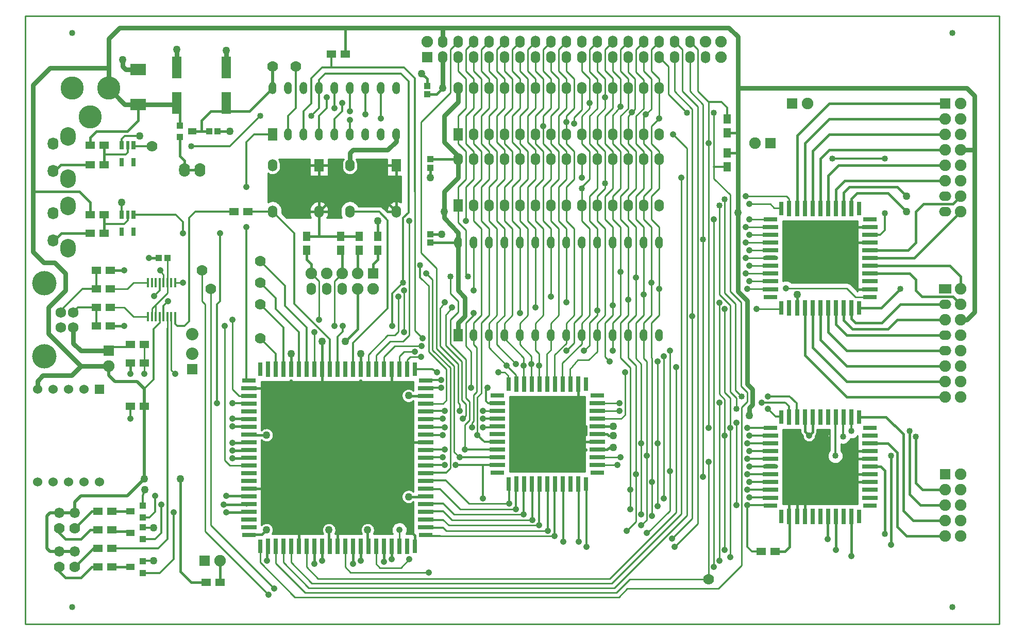
<source format=gtl>
%FSLAX24Y24*%
%MOIN*%
G70*
G01*
G75*
%ADD10C,0.0100*%
%ADD11R,0.0270X0.0550*%
%ADD12R,0.0240X0.0550*%
%ADD13R,0.0300X0.0900*%
%ADD14R,0.0300X0.1000*%
%ADD15R,0.0900X0.0300*%
%ADD16R,0.1000X0.0300*%
%ADD17R,0.1000X0.0750*%
%ADD18R,0.0160X0.0600*%
%ADD19R,0.0550X0.0400*%
%ADD20R,0.0400X0.0400*%
%ADD21R,0.0630X0.1417*%
%ADD22R,0.0500X0.0600*%
%ADD23O,0.1000X0.0300*%
%ADD24R,0.0600X0.0500*%
%ADD25C,0.0300*%
%ADD26C,0.0150*%
%ADD27C,0.0120*%
%ADD28C,0.0200*%
%ADD29C,0.0300*%
%ADD30C,0.0100*%
%ADD31C,0.0120*%
%ADD32O,0.0700X0.0900*%
%ADD33C,0.0800*%
%ADD34O,0.0500X0.0800*%
%ADD35R,0.0600X0.0800*%
%ADD36O,0.0600X0.0800*%
%ADD37C,0.0680*%
%ADD38C,0.1575*%
%ADD39R,0.0600X0.0600*%
%ADD40C,0.0600*%
%ADD41C,0.1500*%
%ADD42O,0.1000X0.1200*%
%ADD43O,0.0700X0.0800*%
%ADD44R,0.0700X0.0700*%
%ADD45C,0.0750*%
%ADD46C,0.0700*%
%ADD47O,0.0800X0.0600*%
%ADD48P,0.0700X8X0*%
%ADD49R,0.0800X0.0600*%
%ADD50C,0.0400*%
%ADD51C,0.0500*%
%ADD52C,0.0410*%
%ADD53C,0.0420*%
D10*
X21500Y10100D02*
X21489Y10206D01*
X21455Y10308D01*
X21400Y10400D01*
X20600D02*
X20545Y10308D01*
X20511Y10206D01*
X20500Y10100D01*
Y9900D02*
X20510Y9802D01*
X20538Y9709D01*
X20584Y9622D01*
X20646Y9546D01*
X20722Y9484D01*
X20809Y9438D01*
X20902Y9410D01*
X21000Y9400D01*
X21098Y9410D01*
X21191Y9438D01*
X21278Y9484D01*
X21354Y9546D01*
X21416Y9622D01*
X21462Y9709D01*
X21490Y9802D01*
X21500Y9900D01*
X24300Y7620D02*
X24213Y7661D01*
X24120Y7688D01*
X24024Y7700D01*
X23928Y7696D01*
X23833Y7676D01*
X23743Y7642D01*
X23659Y7594D01*
X23584Y7533D01*
X23520Y7460D01*
X23469Y7379D01*
X23431Y7290D01*
X23408Y7196D01*
X23400Y7100D01*
X23155Y7254D02*
X23080Y7312D01*
X22993Y7348D01*
X22900Y7360D01*
X23155Y7255D02*
X23080Y7312D01*
X22993Y7348D01*
X22900Y7360D01*
X21541D02*
X21490Y7447D01*
X21424Y7524D01*
X21347Y7589D01*
X21261Y7640D01*
X21166Y7676D01*
X21067Y7696D01*
X20967Y7699D01*
X20867Y7685D01*
X20771Y7654D01*
X20681Y7608D01*
X20600Y7547D01*
X20531Y7474D01*
X20475Y7390D01*
X20434Y7298D01*
X20408Y7201D01*
X20400Y7100D01*
Y6900D02*
X20409Y6796D01*
X20436Y6695D01*
X20480Y6600D01*
X16500Y10100D02*
X16489Y10206D01*
X16455Y10308D01*
X16400Y10400D01*
X15700Y9500D02*
X15786Y9448D01*
X15881Y9414D01*
X15980Y9400D01*
X16080Y9407D01*
X16178Y9433D01*
X16267Y9478D01*
X16346Y9540D01*
X16412Y9616D01*
X16460Y9704D01*
X16490Y9800D01*
X16500Y9900D01*
X19600Y7100D02*
X19592Y7199D01*
X19567Y7295D01*
X19528Y7386D01*
X19473Y7469D01*
X19406Y7541D01*
X19328Y7602D01*
X19241Y7649D01*
X19147Y7682D01*
X19050Y7698D01*
X18950D01*
X18853Y7682D01*
X18759Y7649D01*
X18672Y7602D01*
X18594Y7541D01*
X18527Y7469D01*
X18472Y7386D01*
X18433Y7295D01*
X18408Y7199D01*
X18400Y7100D01*
X19520Y6600D02*
X19564Y6695D01*
X19591Y6796D01*
X19600Y6900D01*
X18400D02*
X18409Y6796D01*
X18436Y6695D01*
X18480Y6600D01*
X16600Y7100D02*
X16592Y7196D01*
X16569Y7290D01*
X16531Y7379D01*
X16480Y7460D01*
X16416Y7533D01*
X16341Y7594D01*
X16257Y7642D01*
X16167Y7676D01*
X16072Y7696D01*
X15976Y7700D01*
X15880Y7688D01*
X15787Y7661D01*
X15700Y7620D01*
X25120Y-4584D02*
X25041Y-4520D01*
X24951Y-4476D01*
X24852Y-4453D01*
X24751Y-4453D01*
X24653Y-4475D01*
X24562Y-4518D01*
X24482Y-4581D01*
X24419Y-4660D01*
X24375Y-4751D01*
X24353Y-4850D01*
Y-4951D01*
X24375Y-5049D01*
X24419Y-5140D01*
X24482Y-5219D01*
X24562Y-5282D01*
X24653Y-5325D01*
X24751Y-5347D01*
X24852Y-5347D01*
X24951Y-5324D01*
X25041Y-5280D01*
X25120Y-5216D01*
X25120Y-11134D02*
X25041Y-11070D01*
X24951Y-11026D01*
X24852Y-11003D01*
X24751Y-11003D01*
X24653Y-11025D01*
X24562Y-11068D01*
X24482Y-11131D01*
X24419Y-11210D01*
X24375Y-11301D01*
X24353Y-11399D01*
Y-11501D01*
X24375Y-11599D01*
X24419Y-11690D01*
X24482Y-11769D01*
X24562Y-11832D01*
X24653Y-11875D01*
X24751Y-11897D01*
X24852Y-11897D01*
X24951Y-11874D01*
X25041Y-11830D01*
X25120Y-11766D01*
X24705Y-13600D02*
X24695Y-13498D01*
X24664Y-13400D01*
X24614Y-13311D01*
X24547Y-13233D01*
X24466Y-13171D01*
X24374Y-13126D01*
X24274Y-13101D01*
X24172Y-13096D01*
X24071Y-13112D01*
X23975Y-13148D01*
X23888Y-13203D01*
X23814Y-13274D01*
X23756Y-13359D01*
X23717Y-13453D01*
X23697Y-13554D01*
X23698Y-13656D01*
X23720Y-13756D01*
X23761Y-13850D01*
X22600Y-13600D02*
X22589Y-13502D01*
X22557Y-13409D01*
X22506Y-13325D01*
X22437Y-13254D01*
X22355Y-13200D01*
X22263Y-13164D01*
X22166Y-13150D01*
X22067Y-13158D01*
X21973Y-13186D01*
X21887Y-13235D01*
X21814Y-13301D01*
X21757Y-13381D01*
X21719Y-13472D01*
X21701Y-13569D01*
X21705Y-13667D01*
X21730Y-13763D01*
X21776Y-13850D01*
X24639Y-13850D02*
X24675Y-13771D01*
X24697Y-13687D01*
X24705Y-13600D01*
X22524Y-13850D02*
X22566Y-13772D01*
X22591Y-13688D01*
X22600Y-13600D01*
X20024Y-13850D02*
X20066Y-13772D01*
X20091Y-13688D01*
X20100Y-13600D01*
X20089Y-13502D01*
X20057Y-13409D01*
X20006Y-13325D01*
X19937Y-13254D01*
X19855Y-13200D01*
X19763Y-13164D01*
X19666Y-13150D01*
X19567Y-13158D01*
X19473Y-13186D01*
X19387Y-13235D01*
X19314Y-13301D01*
X19257Y-13381D01*
X19219Y-13472D01*
X19201Y-13569D01*
X19205Y-13667D01*
X19230Y-13763D01*
X19276Y-13850D01*
X16050Y-7450D02*
X16039Y-7353D01*
X16008Y-7260D01*
X15957Y-7177D01*
X15890Y-7106D01*
X15809Y-7051D01*
X15718Y-7016D01*
X15621Y-7000D01*
X15524Y-7007D01*
X15430Y-7033D01*
X15344Y-7080D01*
X15270Y-7144D01*
Y-7756D02*
X15344Y-7820D01*
X15430Y-7867D01*
X15524Y-7893D01*
X15621Y-7900D01*
X15718Y-7884D01*
X15809Y-7849D01*
X15890Y-7794D01*
X15957Y-7723D01*
X16008Y-7640D01*
X16039Y-7547D01*
X16050Y-7450D01*
X15974Y-13850D02*
X16016Y-13772D01*
X16041Y-13688D01*
X16050Y-13600D01*
X16039Y-13503D01*
X16008Y-13410D01*
X15957Y-13327D01*
X15890Y-13256D01*
X15809Y-13201D01*
X15718Y-13166D01*
X15621Y-13151D01*
X15524Y-13157D01*
X15430Y-13183D01*
X15344Y-13230D01*
X15270Y-13294D01*
X53379Y-7695D02*
X53485Y-7699D01*
X53591Y-7680D01*
X53689Y-7639D01*
X53777Y-7578D01*
X53850Y-7500D01*
X51124Y-7464D02*
X51184Y-7375D01*
X51205Y-7270D01*
X51124Y-7465D02*
X51184Y-7375D01*
X51205Y-7270D01*
X52760Y-8030D02*
X52856Y-8048D01*
X52953Y-8047D01*
X53048Y-8027D01*
X53138Y-7990D01*
X53219Y-7935D01*
X53287Y-7866D01*
X53341Y-7785D01*
X53379Y-7695D01*
X52900Y-8800D02*
X52891Y-8705D01*
X52864Y-8613D01*
X52820Y-8528D01*
X52760Y-8453D01*
X52040D02*
X51979Y-8530D01*
X51935Y-8616D01*
X51908Y-8710D01*
X51900Y-8807D01*
X51911Y-8904D01*
X51941Y-8997D01*
X51988Y-9083D01*
X52050Y-9157D01*
X52126Y-9219D01*
X52213Y-9264D01*
X52307Y-9291D01*
X52404Y-9300D01*
X52501Y-9290D01*
X52594Y-9261D01*
X52680Y-9214D01*
X52755Y-9152D01*
X52817Y-9077D01*
X52862Y-8990D01*
X52890Y-8897D01*
X52900Y-8800D01*
X50295Y-7484D02*
X50304Y-7583D01*
X50335Y-7676D01*
X50389Y-7759D01*
X50461Y-7827D01*
X50547Y-7875D01*
X50643Y-7901D01*
X50742Y-7903D01*
X50838Y-7881D01*
X50926Y-7836D01*
X51001Y-7771D01*
X51057Y-7690D01*
X51093Y-7598D01*
X51105Y-7500D01*
X50155Y-7230D02*
X50176Y-7335D01*
X50236Y-7424D01*
X50155Y-7230D02*
X50176Y-7335D01*
X50236Y-7425D01*
X53398Y2297D02*
X53325Y2353D01*
X53241Y2388D01*
X53150Y2400D01*
X53397Y2297D02*
X53325Y2353D01*
X53241Y2388D01*
X53150Y2400D01*
X49564D02*
X49486Y2466D01*
X49397Y2515D01*
X49300Y2545D01*
X49198Y2555D01*
X49097Y2544D01*
X49000Y2514D01*
X21490Y10200D02*
X23400D01*
X21500Y10100D02*
X23400D01*
X21500Y10000D02*
X23400D01*
X21500Y9900D02*
X23400D01*
Y9300D02*
Y10400D01*
Y9300D02*
Y10400D01*
X21400D02*
X23400D01*
X21458Y10300D02*
X23400D01*
X21490Y9800D02*
X23400D01*
X21458Y9700D02*
X23400D01*
X21400Y9600D02*
X23400D01*
X21300Y9500D02*
X23400D01*
X21000Y9400D02*
X23400D01*
X24100Y7692D02*
Y9300D01*
X24001Y7700D02*
X24300D01*
X24000Y7700D02*
Y9300D01*
X23900Y7692D02*
Y9300D01*
X24300Y7620D02*
Y9300D01*
X24200Y7666D02*
Y9300D01*
X23800Y7666D02*
Y9300D01*
X23400D02*
X24300D01*
X23400D02*
X24300D01*
X19600D02*
X23400D01*
X21001Y7700D02*
X23999D01*
X23700Y7620D02*
Y9300D01*
X21332Y7600D02*
X23668D01*
X23600Y7547D02*
Y9300D01*
X21500Y10100D02*
Y10400D01*
X20500Y10100D02*
Y10400D01*
X21500Y9900D02*
Y10100D01*
X20500Y9900D02*
Y10100D01*
Y9900D02*
Y10100D01*
X19600Y10400D02*
X20600D01*
X19600Y10300D02*
X20542D01*
X19600Y10200D02*
X20510D01*
X19600Y10100D02*
X20500D01*
X19600Y9300D02*
Y10400D01*
Y10000D02*
X20500D01*
X19600Y9300D02*
Y10400D01*
X21200Y7666D02*
Y9442D01*
X21100Y7692D02*
Y9410D01*
X21000Y7700D02*
Y9400D01*
X20900Y7692D02*
Y9410D01*
X21300Y7620D02*
Y9500D01*
X20800Y7666D02*
Y9442D01*
X20700Y7620D02*
Y9500D01*
X19600Y9700D02*
X20542D01*
X19600Y9600D02*
X20600D01*
X19600Y9900D02*
X20500D01*
X19600Y9800D02*
X20510D01*
X19600Y9400D02*
X21000D01*
X19600Y9500D02*
X20700D01*
X23000Y7346D02*
Y10400D01*
X23500Y7432D02*
Y9300D01*
X22900Y7360D02*
Y10400D01*
X22800Y7360D02*
Y10400D01*
X23300Y7109D02*
Y10400D01*
X23200Y7209D02*
Y10400D01*
X23100Y7299D02*
Y10400D01*
X22700Y7360D02*
Y10400D01*
X22600Y7360D02*
Y10400D01*
X22500Y7360D02*
Y10400D01*
X22400Y7360D02*
Y10400D01*
X22300Y7360D02*
Y10400D01*
X22200Y7360D02*
Y10400D01*
X22100Y7360D02*
Y10400D01*
X23209Y7200D02*
X23408D01*
X23400Y7101D02*
Y9300D01*
X23309Y7100D02*
X23400D01*
Y7009D02*
Y7100D01*
X21447Y7500D02*
X23553D01*
X21520Y7400D02*
X23480D01*
X21541Y7360D02*
X22900D01*
X23099Y7300D02*
X23434D01*
X23155Y7254D02*
X23400Y7009D01*
X22000Y7360D02*
Y10400D01*
X21900Y7360D02*
Y10400D01*
X21800Y7360D02*
Y10400D01*
X21500Y7432D02*
Y10100D01*
X21700Y7360D02*
Y10400D01*
X21600Y7360D02*
Y10400D01*
X20400Y6600D02*
Y10400D01*
X20300Y6600D02*
Y10400D01*
X20200Y6600D02*
Y10400D01*
X20100Y6600D02*
Y10400D01*
X20000Y6600D02*
Y10400D01*
X19900Y6600D02*
Y10400D01*
X19800Y6600D02*
Y10400D01*
X19700Y6600D02*
Y10400D01*
X21400Y7547D02*
Y9600D01*
X20500Y7432D02*
Y9900D01*
X20600Y7547D02*
Y9600D01*
X20400Y6900D02*
Y7100D01*
X19600Y7100D02*
Y9300D01*
X19592Y7200D02*
X20408D01*
X19600Y7100D02*
X20400D01*
X19600Y6900D02*
Y7100D01*
Y7000D02*
X20400D01*
X19600Y6900D02*
X20400D01*
X19592Y6800D02*
X20408D01*
X19600Y6600D02*
Y7100D01*
X19100Y7692D02*
Y9300D01*
X19000Y7700D02*
Y9300D01*
X19300Y7620D02*
Y9300D01*
X19200Y7666D02*
Y9300D01*
X18900Y7692D02*
Y9300D01*
X18800Y7666D02*
Y9300D01*
X18400D02*
X19600D01*
X15700Y9200D02*
X24300D01*
X18400Y9300D02*
X19600D01*
X15700Y9100D02*
X24300D01*
X15700Y9000D02*
X24300D01*
X18700Y7620D02*
Y9300D01*
X15700Y8900D02*
X24300D01*
X15700Y8800D02*
X24300D01*
X15700Y8700D02*
X24300D01*
X15700Y8600D02*
X24300D01*
X15700Y8500D02*
X24300D01*
X19000Y7700D02*
X20999D01*
X16001D02*
X19000D01*
X15700Y8400D02*
X24300D01*
X15700Y8300D02*
X24300D01*
X15700Y8200D02*
X24300D01*
X15700Y8100D02*
X24300D01*
X15700Y8000D02*
X24300D01*
X15700Y7900D02*
X24300D01*
X15700Y7800D02*
X24300D01*
X16490Y10200D02*
X18400D01*
X16500Y10100D02*
X18400D01*
X16500Y10101D02*
Y10400D01*
Y9899D02*
Y10101D01*
X18400Y9300D02*
Y10400D01*
Y9300D02*
Y10400D01*
X16500Y9900D02*
Y10100D01*
X16400Y10400D02*
X18400D01*
X16458Y10300D02*
X18400D01*
X16500Y10000D02*
X18400D01*
X16500Y9900D02*
X18400D01*
X16490Y9800D02*
X18400D01*
X16458Y9700D02*
X18400D01*
X16400Y9600D02*
X18400D01*
X16300Y9500D02*
X18400D01*
X16001Y9400D02*
X18400D01*
X16300Y7620D02*
Y9500D01*
X16200Y7666D02*
Y9442D01*
X16100Y7692D02*
Y9410D01*
X15700Y9400D02*
X15999D01*
X15700Y9300D02*
X18400D01*
X16000Y7700D02*
Y9400D01*
X15700Y7700D02*
X15999D01*
X15800Y7666D02*
Y9442D01*
X15900Y7692D02*
Y9410D01*
X15700Y7620D02*
Y9500D01*
X19332Y7600D02*
X20668D01*
X19447Y7500D02*
X20553D01*
X19500Y7432D02*
Y9300D01*
X19400Y7547D02*
Y9300D01*
X19520Y7400D02*
X20480D01*
X19566Y7300D02*
X20434D01*
X18600Y7547D02*
Y9300D01*
X16332Y7600D02*
X18668D01*
X18500Y7432D02*
Y9300D01*
X16447Y7500D02*
X18553D01*
X16520Y7400D02*
X18480D01*
X18400Y7100D02*
Y9300D01*
Y6900D02*
Y7100D01*
Y6900D02*
Y7100D01*
X19566Y6700D02*
X20434D01*
X19520Y6600D02*
X20480D01*
X16566Y7300D02*
X18434D01*
X16592Y7200D02*
X18408D01*
X16600Y7100D02*
X18400D01*
X16600Y7000D02*
X18400D01*
X17400Y6600D02*
X18480D01*
X16809Y6700D02*
X18434D01*
X18300Y6600D02*
Y10400D01*
X18200Y6600D02*
Y10400D01*
X18100Y6600D02*
Y10400D01*
X18000Y6600D02*
Y10400D01*
X17900Y6600D02*
Y10400D01*
X17800Y6600D02*
Y10400D01*
X17700Y6600D02*
Y10400D01*
X17600Y6600D02*
Y10400D01*
X17500Y6600D02*
Y10400D01*
X17400Y6600D02*
Y10400D01*
X17300Y6600D02*
Y10400D01*
X17200Y6600D02*
Y10400D01*
X17100Y6600D02*
Y10400D01*
X17000Y6600D02*
Y10400D01*
X16609Y6900D02*
X18400D01*
X16709Y6800D02*
X18408D01*
X16800Y6709D02*
Y10400D01*
X16700Y6809D02*
Y10400D01*
X18400Y6600D02*
Y6900D01*
X16909Y6600D02*
X17400D01*
X16900Y6609D02*
Y10400D01*
X16600Y7101D02*
Y10400D01*
X16500Y7432D02*
Y9899D01*
X16400Y7547D02*
Y9600D01*
X15700Y7620D02*
Y9500D01*
X16600Y6909D02*
X16909Y6600D01*
X16600Y6909D02*
Y7100D01*
X25120Y-4584D02*
Y-4000D01*
X25006Y-4500D02*
X25120D01*
X25120Y-5480D02*
Y-5216D01*
X25006Y-5300D02*
X25120D01*
X25100Y-4565D02*
Y-4000D01*
X25000Y-4497D02*
Y-4000D01*
X25120Y-5870D02*
Y-5480D01*
X25120Y-6380D02*
Y-5480D01*
X25120Y-6380D02*
Y-5980D01*
Y-6480D02*
Y-6380D01*
Y-6880D02*
Y-6480D01*
X25120Y-6980D02*
Y-6480D01*
X25100Y-11115D02*
Y-5235D01*
X25120Y-7380D02*
Y-6980D01*
X24650Y-4000D02*
X25120D01*
X21650D02*
X25120D01*
X24900Y-4461D02*
Y-4000D01*
X24800Y-4450D02*
Y-4000D01*
X24700Y-4461D02*
Y-4000D01*
X24250D02*
X24650D01*
X24250D02*
X24650D01*
X25000Y-11047D02*
Y-5303D01*
X24900Y-11011D02*
Y-5339D01*
X24800Y-11000D02*
Y-5350D01*
X24600Y-4497D02*
Y-4000D01*
Y-11047D02*
Y-5303D01*
X24700Y-11011D02*
Y-5339D01*
X25120Y-7380D02*
Y-6980D01*
Y-7880D02*
Y-7380D01*
X25120Y-7880D02*
Y-7480D01*
Y-7980D02*
Y-7880D01*
Y-8380D02*
Y-7980D01*
X25120Y-8880D02*
Y-7980D01*
X25120Y-8880D02*
Y-8480D01*
Y-8980D02*
Y-8880D01*
Y-9380D02*
Y-8980D01*
X25120Y-9880D02*
Y-8980D01*
X25120Y-9880D02*
Y-9480D01*
Y-10380D02*
Y-9880D01*
X25120Y-10380D02*
Y-9980D01*
Y-10480D02*
Y-10380D01*
Y-10880D02*
Y-10480D01*
X25120Y-11134D02*
Y-10480D01*
X24800Y-11000D02*
X25120D01*
Y-11980D02*
Y-11766D01*
X24800Y-11900D02*
X25120D01*
Y-12380D02*
Y-11980D01*
X25120Y-12880D02*
Y-11980D01*
X25120Y-12880D02*
Y-12480D01*
Y-12980D02*
Y-12880D01*
X24271Y-13100D02*
X25120D01*
X24508Y-13200D02*
X25120D01*
X24150Y-4000D02*
X24250D01*
X23750D02*
X24150D01*
X23750D02*
X24150D01*
X23650D02*
X23750D01*
X23250D02*
X23650D01*
X23250D02*
X23650D01*
X24500Y-4565D02*
Y-4000D01*
X24400Y-4694D02*
Y-4000D01*
X24300Y-13105D02*
Y-4000D01*
X24200Y-13095D02*
Y-4000D01*
X24100Y-13105D02*
Y-4000D01*
X24000Y-13136D02*
Y-4000D01*
X23900Y-13194D02*
Y-4000D01*
X23150D02*
X23250D01*
X22750D02*
X23150D01*
X22750D02*
X23150D01*
X22250D02*
X22750D01*
X21650Y-3900D02*
X21750D01*
X21650D02*
X21750D01*
X22300Y-13176D02*
Y-4000D01*
X22250Y-4000D02*
X22650D01*
X22200Y-13153D02*
Y-4000D01*
X21750D02*
X22250D01*
X21750D02*
Y-3900D01*
X21650Y-4000D02*
Y-3900D01*
X22100Y-13153D02*
Y-4000D01*
X21150Y-4000D02*
X21650D01*
X20750D02*
X21150D01*
X20750D02*
X21150D01*
X20650D02*
X20750D01*
X20250D02*
X20650D01*
X20250D02*
X20650D01*
X20150D02*
X20250D01*
X24500Y-11115D02*
Y-5235D01*
X24400Y-11244D02*
Y-5106D01*
X24500Y-13194D02*
Y-11785D01*
X24400Y-13136D02*
Y-11656D01*
X22000Y-13176D02*
Y-4000D01*
X19750Y-4000D02*
X20150D01*
X19800Y-13176D02*
Y-4000D01*
X19750D02*
X20150D01*
X19650D02*
X19750D01*
X19250D02*
X19650D01*
X19250D02*
X19650D01*
X19150D02*
X19250D01*
X18750D02*
X19150D01*
X18750D02*
X19150D01*
X19700Y-13153D02*
Y-4000D01*
X19600Y-13153D02*
Y-4000D01*
X19500Y-13176D02*
Y-4000D01*
X18650D02*
X18750D01*
X18250D02*
X18650D01*
X18250D02*
X18650D01*
X25100Y-13850D02*
Y-11785D01*
X24700Y-13529D02*
Y-11889D01*
X25120Y-13380D02*
Y-12980D01*
X25120Y-13850D02*
Y-12980D01*
X23800Y-13292D02*
Y-4000D01*
X23700Y-13529D02*
Y-4000D01*
X24600Y-13292D02*
Y-11853D01*
X25000Y-13850D02*
Y-11853D01*
X24900Y-13850D02*
Y-11889D01*
X24800Y-13850D02*
Y-11900D01*
X23600Y-13850D02*
Y-4000D01*
X23500Y-13850D02*
Y-4000D01*
X23400Y-13850D02*
Y-4000D01*
X23300Y-13850D02*
Y-4000D01*
X22600Y-13600D02*
Y-4000D01*
X22500Y-13317D02*
Y-4000D01*
X22356Y-13200D02*
X23892D01*
X22400Y-13226D02*
Y-4000D01*
X21900Y-13226D02*
Y-4000D01*
X21800Y-13317D02*
Y-4000D01*
X23200Y-13850D02*
Y-4000D01*
X23100Y-13850D02*
Y-4000D01*
X23000Y-13850D02*
Y-4000D01*
X22900Y-13850D02*
Y-4000D01*
X22800Y-13850D02*
Y-4000D01*
X22700Y-13850D02*
Y-4000D01*
X24664Y-13400D02*
X25120D01*
X24606Y-13300D02*
X25120D01*
X24695Y-13500D02*
X25120D01*
X24705Y-13600D02*
X25120D01*
X24700Y-13850D02*
Y-13671D01*
X24695Y-13700D02*
X25120D01*
X24664Y-13800D02*
X25120D01*
X23700Y-13850D02*
Y-13671D01*
X24639Y-13850D02*
X25120D01*
X23650Y-13850D02*
X23761D01*
X23250D02*
X23650D01*
X23250D02*
X23650D01*
X22750D02*
X23250D01*
X22553Y-13400D02*
X23736D01*
X22485Y-13300D02*
X23794D01*
X22589Y-13500D02*
X23705D01*
X22589Y-13700D02*
X23705D01*
X19985Y-13300D02*
X21815D01*
X19856Y-13200D02*
X21944D01*
X22600Y-13600D02*
X23695D01*
X22750Y-13850D02*
X23150D01*
X22553Y-13800D02*
X23736D01*
X22524Y-13850D02*
X22750D01*
X22600D02*
Y-13600D01*
X21650Y-13850D02*
X21776D01*
X21700Y-13600D02*
Y-3900D01*
X21600Y-13850D02*
Y-4000D01*
X21500Y-13850D02*
Y-4000D01*
X21400Y-13850D02*
Y-4000D01*
X21300Y-13850D02*
Y-4000D01*
X21200Y-13850D02*
Y-4000D01*
X21100Y-13850D02*
Y-4000D01*
X21000Y-13850D02*
Y-4000D01*
X20900Y-13850D02*
Y-4000D01*
X20800Y-13850D02*
Y-4000D01*
X20700Y-13850D02*
Y-4000D01*
X20600Y-13850D02*
Y-4000D01*
X20500Y-13850D02*
Y-4000D01*
X20400Y-13850D02*
Y-4000D01*
X20300Y-13850D02*
Y-4000D01*
X20100Y-13600D02*
Y-4000D01*
X20000Y-13317D02*
Y-4000D01*
X19900Y-13226D02*
Y-4000D01*
X19400Y-13226D02*
Y-4000D01*
X19300Y-13317D02*
Y-4000D01*
X19200Y-13600D02*
Y-4000D01*
X20200Y-13850D02*
Y-4000D01*
X19100Y-13850D02*
Y-4000D01*
X19000Y-13850D02*
Y-4000D01*
X18900Y-13850D02*
Y-4000D01*
X18800Y-13850D02*
Y-4000D01*
X18700Y-13850D02*
Y-4000D01*
X18600Y-13850D02*
Y-4000D01*
X20089Y-13500D02*
X21711D01*
X20053Y-13400D02*
X21747D01*
X20100Y-13600D02*
X21700D01*
X20089Y-13700D02*
X21711D01*
X21700Y-13850D02*
Y-13600D01*
X21250Y-13850D02*
X21650D01*
X21250D02*
X21650D01*
X21150D02*
X21250D01*
X20750D02*
X21150D01*
X20650Y-13850D02*
X21150D01*
X20250D02*
X20650D01*
X20250D02*
X20650D01*
X20100D02*
Y-13600D01*
X20053Y-13800D02*
X21747D01*
X20024Y-13850D02*
X20250D01*
X19200Y-13850D02*
Y-13600D01*
X19150Y-13850D02*
X19276D01*
X18750D02*
X19150D01*
X18750D02*
X19150D01*
X18650D02*
X18750D01*
X18250D02*
X18650D01*
X18500Y-13850D02*
Y-4000D01*
X18400Y-13850D02*
Y-4000D01*
X18300Y-13850D02*
Y-4000D01*
X15270Y-4100D02*
X25120D01*
X15270Y-4200D02*
X25120D01*
X15270Y-4300D02*
X25120D01*
X15270Y-4400D02*
X25120D01*
X15270Y-4500D02*
X24594D01*
X15270Y-4600D02*
X24465D01*
X15270Y-4700D02*
X24397D01*
X15270Y-5100D02*
X24397D01*
X15270Y-5200D02*
X24465D01*
X15270Y-5300D02*
X24594D01*
X15270Y-5400D02*
X25120D01*
X15270Y-4800D02*
X24361D01*
X15270Y-4900D02*
X24350D01*
X15270Y-5000D02*
X24361D01*
X15270Y-5500D02*
X25120D01*
X15270Y-5600D02*
X25120D01*
X15270Y-5700D02*
X25120D01*
X15270Y-5800D02*
X25120D01*
X15270Y-5900D02*
X25120D01*
X15270Y-6000D02*
X25120D01*
X15270Y-6100D02*
X25120D01*
X15270Y-6200D02*
X25120D01*
X15270Y-6300D02*
X25120D01*
X15270Y-6400D02*
X25120D01*
X15270Y-6500D02*
X25120D01*
X15270Y-6600D02*
X25120D01*
X15270Y-6700D02*
X25120D01*
X15270Y-6800D02*
X25120D01*
X15600Y-7000D02*
X25120D01*
X15270Y-6900D02*
X25120D01*
X15974Y-7200D02*
X25120D01*
X15883Y-7100D02*
X25120D01*
X16024Y-7300D02*
X25120D01*
X16047Y-7400D02*
X25120D01*
X16047Y-7500D02*
X25120D01*
X16024Y-7600D02*
X25120D01*
X15974Y-7700D02*
X25120D01*
X15883Y-7800D02*
X25120D01*
X15600Y-7900D02*
X25120D01*
X15270Y-8000D02*
X25120D01*
X15270Y-8100D02*
X25120D01*
X15270Y-8200D02*
X25120D01*
X15270Y-8300D02*
X25120D01*
X15270Y-8400D02*
X25120D01*
X15270Y-8500D02*
X25120D01*
X15270Y-8600D02*
X25120D01*
X15270Y-8700D02*
X25120D01*
X15270Y-8800D02*
X25120D01*
X15270Y-8900D02*
X25120D01*
X15270Y-9000D02*
X25120D01*
X15270Y-9100D02*
X25120D01*
X15270Y-9200D02*
X25120D01*
X15270Y-9300D02*
X25120D01*
X15270Y-9400D02*
X25120D01*
X15270Y-9500D02*
X25120D01*
X18150Y-4000D02*
X18250D01*
X17250D02*
X21650D01*
X17750D02*
X18150D01*
X17750D02*
X18150D01*
X17140Y-3900D02*
X17250D01*
X17140Y-3900D02*
X17250D01*
Y-4000D02*
Y-3900D01*
Y-4000D02*
X17750D01*
X17140D02*
Y-3900D01*
Y-4000D02*
X17250D01*
X16640D02*
X17140D01*
X16240D02*
X16640D01*
X16240D02*
X16640D01*
X16140D02*
X16240D01*
X15740D02*
X16140D01*
X15270D02*
X17140D01*
X15740D02*
X16140D01*
X15270D02*
X15740D01*
X15700Y-7011D02*
Y-4000D01*
X15270Y-4470D02*
Y-4000D01*
X16000Y-7244D02*
Y-4000D01*
X15900Y-7115D02*
Y-4000D01*
X15800Y-7047D02*
Y-4000D01*
X15600Y-7000D02*
Y-4000D01*
X15500Y-7011D02*
Y-4000D01*
X15400Y-7047D02*
Y-4000D01*
X15300Y-7115D02*
Y-4000D01*
X15270Y-4870D02*
Y-4470D01*
Y-4870D02*
Y-4470D01*
Y-4970D02*
Y-4870D01*
Y-5370D02*
Y-4970D01*
Y-5370D02*
Y-4970D01*
Y-5870D02*
Y-5370D01*
X15270Y-5870D02*
Y-5480D01*
Y-5980D02*
Y-5870D01*
Y-6380D02*
Y-5980D01*
X15270Y-6480D02*
Y-5980D01*
Y-6880D02*
Y-6480D01*
Y-6880D02*
Y-6480D01*
Y-7144D02*
Y-6880D01*
Y-7000D02*
X15600D01*
X15270Y-7980D02*
Y-7756D01*
Y-7900D02*
X15600D01*
X15270Y-8380D02*
Y-7980D01*
Y-8380D02*
Y-7980D01*
Y-8480D02*
Y-8380D01*
Y-8880D02*
Y-8480D01*
Y-8880D02*
Y-8480D01*
Y-8980D02*
Y-8880D01*
Y-9380D02*
Y-8980D01*
Y-9380D02*
Y-8980D01*
Y-9480D02*
Y-9380D01*
Y-9600D02*
X25120D01*
X15270Y-9700D02*
X25120D01*
X15270Y-9800D02*
X25120D01*
X15270Y-9900D02*
X25120D01*
X15270Y-10000D02*
X25120D01*
X15270Y-10100D02*
X25120D01*
X15270Y-10200D02*
X25120D01*
X18200Y-13850D02*
Y-4000D01*
X18100Y-13850D02*
Y-4000D01*
X18000Y-13850D02*
Y-4000D01*
X17900Y-13850D02*
Y-4000D01*
X17800Y-13850D02*
Y-4000D01*
X17700Y-13850D02*
Y-4000D01*
X17600Y-13850D02*
Y-4000D01*
X15270Y-10300D02*
X25120D01*
X15270Y-10400D02*
X25120D01*
X15270Y-10500D02*
X25120D01*
X15270Y-10600D02*
X25120D01*
X15270Y-10700D02*
X25120D01*
X15270Y-10800D02*
X25120D01*
X15270Y-10900D02*
X25120D01*
X15270Y-11000D02*
X24800D01*
X15270Y-11100D02*
X24517D01*
X15270Y-11200D02*
X24426D01*
X15270Y-11300D02*
X24376D01*
X15270Y-11400D02*
X24353D01*
X15270Y-11500D02*
X24353D01*
X15270Y-11600D02*
X24376D01*
X15270Y-11700D02*
X24426D01*
X15270Y-11800D02*
X24517D01*
X15935Y-13300D02*
X19315D01*
X15806Y-13200D02*
X19444D01*
X16039Y-13500D02*
X19211D01*
X16003Y-13400D02*
X19247D01*
X16050Y-13600D02*
X19200D01*
X16039Y-13700D02*
X19211D01*
X16003Y-13800D02*
X19247D01*
X17750Y-13850D02*
X18650D01*
X17750Y-13850D02*
X18150D01*
X17250D02*
X17750D01*
X17250Y-13850D02*
X17650D01*
X15270Y-12000D02*
X25120D01*
X15270Y-12100D02*
X25120D01*
X15270Y-12200D02*
X25120D01*
X15270Y-12300D02*
X25120D01*
X15270Y-11900D02*
X24800D01*
X15270Y-12400D02*
X25120D01*
X15270Y-12500D02*
X25120D01*
X15270Y-12600D02*
X25120D01*
X15270Y-12700D02*
X25120D01*
X15270Y-12800D02*
X25120D01*
X15270Y-12900D02*
X25120D01*
X15270Y-13000D02*
X25120D01*
X15270Y-13100D02*
X24129D01*
X17500Y-13850D02*
Y-4000D01*
X17200Y-13850D02*
Y-3900D01*
X17400Y-13850D02*
Y-4000D01*
X17300Y-13850D02*
Y-4000D01*
X17100Y-13850D02*
Y-4000D01*
X17000Y-13850D02*
Y-4000D01*
X16900Y-13850D02*
Y-4000D01*
X16800Y-13850D02*
Y-4000D01*
X16700Y-13850D02*
Y-4000D01*
X16600Y-13850D02*
Y-4000D01*
X16500Y-13850D02*
Y-4000D01*
X16400Y-13850D02*
Y-4000D01*
X16300Y-13850D02*
Y-4000D01*
X16200Y-13850D02*
Y-4000D01*
X15700Y-13161D02*
Y-7889D01*
X15600Y-13150D02*
Y-7900D01*
X15270Y-9880D02*
Y-9480D01*
Y-9880D02*
Y-9480D01*
Y-9980D02*
Y-9880D01*
Y-10380D02*
Y-9980D01*
Y-10380D02*
Y-9980D01*
X16100Y-13850D02*
Y-4000D01*
X16000Y-13394D02*
Y-7656D01*
X15900Y-13265D02*
Y-7785D01*
X15800Y-13197D02*
Y-7853D01*
X15400Y-13197D02*
Y-7853D01*
X15300Y-13265D02*
Y-7785D01*
X15500Y-13161D02*
Y-7889D01*
X15270Y-10480D02*
Y-10380D01*
Y-10880D02*
Y-10480D01*
X17140Y-13850D02*
X17250D01*
X16750D02*
X17140D01*
X15270Y-10880D02*
Y-10480D01*
Y-11380D02*
Y-10880D01*
X15270Y-11380D02*
Y-10980D01*
X16640Y-13850D02*
X17140D01*
X16240D02*
X16640D01*
X16240D02*
X16640D01*
X16140D02*
X16240D01*
X15974D02*
X16140D01*
X15974Y-13850D02*
X16140D01*
X15270Y-11480D02*
Y-11380D01*
Y-11880D02*
Y-11480D01*
X15270Y-12380D02*
Y-11480D01*
X15270Y-12380D02*
Y-11980D01*
Y-12480D02*
Y-12380D01*
Y-12880D02*
Y-12480D01*
Y-12880D02*
Y-12480D01*
Y-13200D02*
X15394D01*
X15270Y-12980D02*
Y-12880D01*
Y-13294D02*
Y-12980D01*
Y-13294D02*
Y-12980D01*
X36200Y-5450D02*
Y-4970D01*
Y-5840D02*
Y-5450D01*
X36200Y-5950D02*
Y-5450D01*
X36300Y-7050D02*
Y-6850D01*
Y-7450D02*
Y-6850D01*
X36200D02*
Y-4970D01*
X35720D02*
X36200D01*
X36200Y-6350D02*
Y-5950D01*
Y-6350D02*
Y-5950D01*
Y-6850D02*
Y-6350D01*
Y-6850D02*
X36300D01*
X36200Y-8450D02*
Y-6850D01*
X36300Y-7250D02*
Y-7050D01*
Y-7250D02*
Y-7050D01*
Y-7450D02*
Y-7250D01*
Y-8450D02*
Y-8350D01*
Y-8450D02*
Y-8350D01*
X36200Y-7450D02*
X36300D01*
X36200Y-8350D02*
X36300D01*
X36200D02*
Y-7450D01*
X36200Y-8450D02*
X36300D01*
X36200Y-8950D02*
Y-8450D01*
Y-9350D02*
Y-8950D01*
X36100Y-9820D02*
Y-4970D01*
X35330D02*
X35720D01*
X36000Y-9820D02*
Y-4970D01*
X35900Y-9820D02*
Y-4970D01*
X35800Y-9820D02*
Y-4970D01*
X35330D02*
X35720D01*
X35220D02*
X35330D01*
X34820D02*
X35220D01*
X34820D02*
X35220D01*
X34720D02*
X34820D01*
X34320D02*
X34720D01*
X34320D02*
X34720D01*
X33820D02*
X34320D01*
X33820Y-4970D02*
X34220D01*
X36200Y-9820D02*
Y-8450D01*
Y-9350D02*
Y-8950D01*
Y-9820D02*
Y-9350D01*
X33720Y-4970D02*
X33820D01*
X33320D02*
X33720D01*
X33220Y-4970D02*
X33720D01*
X32820D02*
X33220D01*
X32820D02*
X33220D01*
X35700Y-9820D02*
Y-4970D01*
X35600Y-9820D02*
Y-4970D01*
X35500Y-9820D02*
Y-4970D01*
X35400Y-9820D02*
Y-4970D01*
X35300Y-9820D02*
Y-4970D01*
X35200Y-9820D02*
Y-4970D01*
X35100Y-9820D02*
Y-4970D01*
X35000Y-9820D02*
Y-4970D01*
X34900Y-9820D02*
Y-4970D01*
X34800Y-9820D02*
Y-4970D01*
X34700Y-9820D02*
Y-4970D01*
X34600Y-9820D02*
Y-4970D01*
X35720Y-9820D02*
X36200D01*
X35330D02*
X35720D01*
X35330D02*
X35720D01*
X34820D02*
X35330D01*
X34820Y-9820D02*
X35220D01*
X34720D02*
X34820D01*
X34500D02*
Y-4970D01*
X34320Y-9820D02*
X34720D01*
X34400D02*
Y-4970D01*
X34320Y-9820D02*
X34720D01*
X34300D02*
Y-4970D01*
X34200Y-9820D02*
Y-4970D01*
X34100Y-9820D02*
Y-4970D01*
X34000Y-9820D02*
Y-4970D01*
X33900Y-9820D02*
Y-4970D01*
X33800Y-9820D02*
Y-4970D01*
X33700Y-9820D02*
Y-4970D01*
X33600Y-9820D02*
Y-4970D01*
X33500Y-9820D02*
Y-4970D01*
X33400Y-9820D02*
Y-4970D01*
X33300Y-9820D02*
Y-4970D01*
X33200Y-9820D02*
Y-4970D01*
X33100Y-9820D02*
Y-4970D01*
X34220Y-9820D02*
X34320D01*
X33820D02*
X34220D01*
X33820D02*
X34220D01*
X33720D02*
X33820D01*
X33320D02*
X33720D01*
X33220Y-9820D02*
X33720D01*
X33000D02*
Y-4970D01*
X32820Y-9820D02*
X33220D01*
X32900D02*
Y-4970D01*
X32820Y-9820D02*
X33220D01*
X32800D02*
Y-4970D01*
X31350Y-5000D02*
X36200D01*
X31350Y-5100D02*
X36200D01*
X31350Y-5200D02*
X36200D01*
X31350Y-5300D02*
X36200D01*
X31350Y-5400D02*
X36200D01*
X31350Y-5500D02*
X36200D01*
X31350Y-5600D02*
X36200D01*
X31350Y-5700D02*
X36200D01*
X31350Y-5800D02*
X36200D01*
X31350Y-5900D02*
X36200D01*
X31350Y-6000D02*
X36200D01*
X31350Y-6100D02*
X36200D01*
X31350Y-6200D02*
X36200D01*
X31350Y-6300D02*
X36200D01*
X31350Y-6400D02*
X36200D01*
X31350Y-6500D02*
X36200D01*
X31350Y-6600D02*
X36200D01*
X31350Y-6700D02*
X36200D01*
X31350Y-6900D02*
X36300D01*
X31350Y-7000D02*
X36300D01*
X31350Y-7100D02*
X36300D01*
X31350Y-7200D02*
X36300D01*
X31350Y-7300D02*
X36300D01*
X31350Y-7400D02*
X36300D01*
X32720Y-4970D02*
X32820D01*
X32320D02*
X32720D01*
X32320D02*
X32720D01*
X32220D02*
X32320D01*
X31820D02*
X32220D01*
X31820D02*
X32220D01*
X31350D02*
X31820D01*
X31350Y-5840D02*
Y-4970D01*
X31350Y-5840D02*
Y-5450D01*
Y-5950D02*
Y-5840D01*
Y-6350D02*
Y-5950D01*
X31350Y-6850D02*
Y-5950D01*
X31350Y-6850D02*
Y-6450D01*
X31350Y-6800D02*
X36200D01*
X31350Y-7350D02*
Y-6850D01*
X31350Y-7350D02*
Y-6950D01*
Y-7450D02*
Y-7350D01*
Y-7850D02*
Y-7450D01*
X31350Y-7500D02*
X36200D01*
X31350Y-7600D02*
X36200D01*
X31350Y-7700D02*
X36200D01*
X31350Y-7800D02*
X36200D01*
X31350Y-7900D02*
X36200D01*
X31350Y-8000D02*
X36200D01*
X31350Y-8100D02*
X36200D01*
X31350Y-8200D02*
X36200D01*
X32700Y-9820D02*
Y-4970D01*
X31350Y-8300D02*
X36200D01*
X32600Y-9820D02*
Y-4970D01*
X31350Y-8400D02*
X36300D01*
X31350Y-8500D02*
X36200D01*
X31350Y-8600D02*
X36200D01*
X31350Y-8700D02*
X36200D01*
X31350Y-8800D02*
X36200D01*
X31350Y-8900D02*
X36200D01*
X31350Y-9000D02*
X36200D01*
X31350Y-9100D02*
X36200D01*
X31350Y-9200D02*
X36200D01*
X31350Y-9300D02*
X36200D01*
X32320Y-9820D02*
X32820D01*
X32320Y-9820D02*
X32720D01*
X31350Y-9400D02*
X36200D01*
X31350Y-9500D02*
X36200D01*
X31350Y-9600D02*
X36200D01*
X31350Y-9700D02*
X36200D01*
X31350Y-9800D02*
X36200D01*
X32500Y-9820D02*
Y-4970D01*
X32400Y-9820D02*
Y-4970D01*
X32300Y-9820D02*
Y-4970D01*
X32200Y-9820D02*
Y-4970D01*
X32100Y-9820D02*
Y-4970D01*
X32000Y-9820D02*
Y-4970D01*
X31900Y-9820D02*
Y-4970D01*
X31800Y-9820D02*
Y-4970D01*
X31700Y-9820D02*
Y-4970D01*
X31600Y-9820D02*
Y-4970D01*
X31500Y-9820D02*
Y-4970D01*
X31400Y-9820D02*
Y-4970D01*
X31350Y-8350D02*
Y-7450D01*
X31350Y-8350D02*
Y-7950D01*
Y-8450D02*
Y-8350D01*
X32220Y-9820D02*
X32320D01*
X31820D02*
X32220D01*
X31350Y-8850D02*
Y-8450D01*
X31350Y-8950D02*
Y-8450D01*
Y-9350D02*
Y-8950D01*
Y-9350D02*
Y-8950D01*
Y-9820D02*
X32220D01*
X31350D02*
Y-9350D01*
X53750Y-7600D02*
X53850D01*
X53450Y-7700D02*
X53850D01*
Y-7950D02*
Y-7500D01*
X53850Y-7950D02*
Y-7550D01*
Y-8050D02*
Y-7950D01*
Y-8450D02*
Y-8050D01*
Y-8450D02*
Y-8050D01*
X53333Y-7800D02*
X53850D01*
X53257Y-7900D02*
X53850D01*
X53118Y-8000D02*
X53850D01*
X52760Y-8100D02*
X53850D01*
X52760Y-8200D02*
X53850D01*
X52760Y-8300D02*
X53850D01*
Y-8550D02*
Y-8450D01*
X52890Y-8700D02*
X53850D01*
X52900Y-8800D02*
X53850D01*
Y-8950D02*
Y-8550D01*
Y-8950D02*
Y-8550D01*
X52760Y-8400D02*
X53850D01*
X52800Y-8500D02*
X53850D01*
X52858Y-8600D02*
X53850D01*
X52890Y-8900D02*
X53850D01*
X52858Y-9000D02*
X53850D01*
X52800Y-9100D02*
X53850D01*
X52700Y-9200D02*
X53850D01*
X51480Y-7080D02*
X51980D01*
X51480Y-7080D02*
X51880D01*
X51205D02*
X51480D01*
X51205Y-7270D02*
Y-7080D01*
X52040Y-8453D02*
Y-7080D01*
X53377Y-7700D02*
X53450D01*
X51900Y-8800D02*
Y-7080D01*
X51205Y-7100D02*
X52040D01*
X51205Y-7200D02*
X52040D01*
X51203Y-7300D02*
X52040D01*
X51172Y-7400D02*
X52040D01*
X51092Y-7600D02*
X52040D01*
X53850Y-9450D02*
Y-8950D01*
X52900Y-8800D02*
Y-8050D01*
X52800Y-8500D02*
Y-8040D01*
X53850Y-9450D02*
Y-9050D01*
Y-9550D02*
Y-9450D01*
Y-9950D02*
Y-9550D01*
X51052Y-7700D02*
X52040D01*
X52760Y-8453D02*
Y-8030D01*
X50972Y-7800D02*
X52040D01*
X52400Y-9300D02*
X53850D01*
Y-10050D02*
Y-9550D01*
X53800Y-11930D02*
Y-7557D01*
X53850Y-10450D02*
Y-10050D01*
X53700Y-11930D02*
Y-7633D01*
X53600Y-11930D02*
Y-7677D01*
X53500Y-11930D02*
Y-7697D01*
X53400Y-11930D02*
Y-7697D01*
X53300Y-11930D02*
Y-7850D01*
X53200Y-11930D02*
Y-7950D01*
X53100Y-11930D02*
Y-8008D01*
X53000Y-11930D02*
Y-8040D01*
X52900Y-11930D02*
Y-8800D01*
X52800Y-11930D02*
Y-9100D01*
X53850Y-10450D02*
Y-10050D01*
Y-10550D02*
Y-10450D01*
Y-10950D02*
Y-10550D01*
Y-10950D02*
Y-10550D01*
Y-11060D02*
Y-10950D01*
Y-11450D02*
Y-11060D01*
Y-11450D02*
Y-11060D01*
Y-11930D02*
Y-11450D01*
X52980Y-11930D02*
X53850D01*
X52980Y-11930D02*
X53380D01*
X52880D02*
X52980D01*
X52480D02*
X52880D01*
X52480D02*
X52880D01*
X52000D02*
Y-9100D01*
X52700Y-11930D02*
Y-9200D01*
X51800Y-11930D02*
Y-7080D01*
X51900Y-11930D02*
Y-8800D01*
X51700Y-11930D02*
Y-7080D01*
X51600Y-11930D02*
Y-7080D01*
X51500Y-11930D02*
Y-7080D01*
X51400Y-11930D02*
Y-7080D01*
X51300Y-11930D02*
Y-7080D01*
X51200Y-11930D02*
Y-7322D01*
X51100Y-11930D02*
Y-7563D01*
X51000Y-11930D02*
Y-7772D01*
X50900Y-11930D02*
Y-7852D01*
X50800Y-11930D02*
Y-7892D01*
X52600Y-11930D02*
Y-9258D01*
X52500Y-11930D02*
Y-9290D01*
X52400Y-11930D02*
Y-9300D01*
X52380Y-11930D02*
X52480D01*
X52200D02*
Y-9258D01*
X52300Y-11930D02*
Y-9290D01*
X52100Y-11930D02*
Y-9200D01*
X51980Y-11930D02*
X52380D01*
X51980D02*
X52380D01*
X51480D02*
X51980D01*
X51480Y-11930D02*
X51880D01*
X51380D02*
X51480D01*
X50980D02*
X51380D01*
X49000Y-7800D02*
X50428D01*
X50763Y-7900D02*
X52040D01*
X50236Y-7425D02*
X50295Y-7484D01*
X49000Y-7700D02*
X50348D01*
X49000Y-8000D02*
X52040D01*
X49000Y-7900D02*
X50637D01*
X49000Y-8100D02*
X52040D01*
X49000Y-8200D02*
X52040D01*
X49000Y-8300D02*
X52040D01*
X49000Y-8400D02*
X52040D01*
X49000Y-8500D02*
X52000D01*
X49000Y-8600D02*
X51942D01*
X49000Y-8700D02*
X51910D01*
X49000Y-9000D02*
X51942D01*
X49000Y-9100D02*
X52000D01*
X49000Y-8800D02*
X51900D01*
X49000Y-8900D02*
X51910D01*
X49000Y-9300D02*
X52400D01*
X49000Y-9400D02*
X53850D01*
X49000Y-9200D02*
X52100D01*
X49000Y-9500D02*
X53850D01*
X49000Y-9600D02*
X53850D01*
X49000Y-9700D02*
X53850D01*
X49000Y-9800D02*
X53850D01*
X49000Y-9900D02*
X53850D01*
X49000Y-10000D02*
X53850D01*
X49000Y-10100D02*
X53850D01*
X49870Y-7080D02*
X50155D01*
X49480D02*
X49870D01*
X49480D02*
X49870D01*
X49000D02*
X49480D01*
X50155Y-7230D02*
Y-7080D01*
X49000Y-7300D02*
X50164D01*
X49000Y-7400D02*
X50214D01*
X49000Y-7100D02*
X50155D01*
X49000Y-7200D02*
X50155D01*
X49000Y-7550D02*
Y-7080D01*
Y-7500D02*
X50295D01*
X49000Y-7950D02*
Y-7550D01*
Y-7950D02*
Y-7550D01*
Y-7600D02*
X50308D01*
X49000Y-8050D02*
Y-7950D01*
Y-8450D02*
Y-8050D01*
Y-8450D02*
Y-8050D01*
Y-8550D02*
Y-8450D01*
Y-8950D02*
Y-8550D01*
Y-8950D02*
Y-8550D01*
Y-9450D02*
Y-8950D01*
X49000Y-9450D02*
Y-9275D01*
Y-9550D02*
Y-9450D01*
Y-9725D02*
Y-9550D01*
X49000Y-10050D02*
Y-9550D01*
Y-10200D02*
X53850D01*
X49000Y-10300D02*
X53850D01*
X50700Y-11930D02*
Y-7905D01*
X49000Y-10400D02*
X53850D01*
X50500Y-11930D02*
Y-7852D01*
X50600Y-11930D02*
Y-7892D01*
X50400Y-11930D02*
Y-7772D01*
X49000Y-10500D02*
X53850D01*
X49000Y-10600D02*
X53850D01*
X49000Y-10700D02*
X53850D01*
X49000Y-10800D02*
X53850D01*
X49000Y-10900D02*
X53850D01*
X49000Y-11000D02*
X53850D01*
X49000Y-11100D02*
X53850D01*
X49000Y-11200D02*
X53850D01*
X49000Y-11300D02*
X53850D01*
X50480Y-11930D02*
X51380D01*
X50480Y-11930D02*
X50880D01*
X50380D02*
X50480D01*
X49980D02*
X50380D01*
X49000Y-11400D02*
X53850D01*
X49000Y-11500D02*
X53850D01*
X49000Y-11600D02*
X53850D01*
X49000Y-11700D02*
X53850D01*
X49000Y-11800D02*
X53850D01*
X49000Y-11900D02*
X53850D01*
X50200Y-11930D02*
Y-7381D01*
X50300Y-11930D02*
Y-7563D01*
X50100Y-11930D02*
Y-7080D01*
X50000Y-11930D02*
Y-7080D01*
X49900Y-11930D02*
Y-7080D01*
X49800Y-11930D02*
Y-7080D01*
X49700Y-11930D02*
Y-7080D01*
X49600Y-11930D02*
Y-7080D01*
X49500Y-11930D02*
Y-7080D01*
X49400Y-11930D02*
Y-7080D01*
X49000Y-10450D02*
Y-10050D01*
X49300Y-11930D02*
Y-7080D01*
X49200Y-11930D02*
Y-7080D01*
X49100Y-11930D02*
Y-7080D01*
X49980Y-11930D02*
X50380D01*
X49480D02*
X49980D01*
X49000Y-10450D02*
Y-10050D01*
Y-10550D02*
Y-10450D01*
X49480Y-11930D02*
X49870D01*
X49000Y-10950D02*
Y-10550D01*
Y-10950D02*
Y-10550D01*
Y-11450D02*
Y-10950D01*
X49000Y-11450D02*
Y-11060D01*
Y-11930D02*
X49480D01*
X49000D02*
Y-11450D01*
X53850Y5550D02*
Y6420D01*
X53850Y5550D02*
Y5950D01*
Y5450D02*
Y5550D01*
Y5050D02*
Y5450D01*
X53380Y6420D02*
X53850D01*
X53850Y5050D02*
Y5450D01*
Y4950D02*
Y5050D01*
Y4550D02*
Y4950D01*
Y4550D02*
Y4950D01*
Y4050D02*
Y4550D01*
X53850Y4050D02*
Y4450D01*
Y3950D02*
Y4050D01*
Y3550D02*
Y3950D01*
X53850Y3450D02*
Y3950D01*
Y3050D02*
Y3450D01*
Y3050D02*
Y3450D01*
Y2950D02*
Y3050D01*
Y2550D02*
Y2950D01*
Y2550D02*
Y2950D01*
X52980Y6420D02*
X53380D01*
X52980D02*
X53380D01*
X53200Y2396D02*
Y6420D01*
X53100Y2400D02*
Y6420D01*
X53000Y2400D02*
Y6420D01*
X52900Y2400D02*
Y6420D01*
X52880D02*
X52980D01*
X52480D02*
X52880D01*
X52480D02*
X52880D01*
X52380D02*
X52480D01*
X51980D02*
X52380D01*
X51980D02*
X52380D01*
X51480D02*
X51980D01*
X51480Y6420D02*
X51880D01*
X53850Y2440D02*
Y2550D01*
X53150Y2400D02*
X53850D01*
X51380Y6420D02*
X51480D01*
X50980D02*
X51380D01*
X50880Y6420D02*
X51380D01*
X50480D02*
X50880D01*
X50480D02*
X50880D01*
X53600Y2095D02*
Y6420D01*
X53850Y2050D02*
Y2440D01*
X53500Y2195D02*
Y6420D01*
X53800Y1895D02*
Y6420D01*
X53850Y2050D02*
Y2440D01*
X53700Y1995D02*
Y6420D01*
X52800Y2400D02*
Y6420D01*
X52700Y2400D02*
Y6420D01*
X52600Y2400D02*
Y6420D01*
X53400Y2295D02*
Y6420D01*
X53300Y2366D02*
Y6420D01*
X53595Y2100D02*
X53850D01*
X53695Y2000D02*
X53850D01*
X53795Y1900D02*
X53850D01*
Y1845D02*
Y2050D01*
X53395Y2300D02*
X53850D01*
X53495Y2200D02*
X53850D01*
X53398Y2297D02*
X53850Y1845D01*
X52500Y2400D02*
Y6420D01*
X52400Y2400D02*
Y6420D01*
X52300Y2400D02*
Y6420D01*
X52200Y2400D02*
Y6420D01*
X52100Y2400D02*
Y6420D01*
X52000Y2400D02*
Y6420D01*
X51900Y2400D02*
Y6420D01*
X51800Y2400D02*
Y6420D01*
X51700Y2400D02*
Y6420D01*
X51600Y2400D02*
Y6420D01*
X51500Y2400D02*
Y6420D01*
X51400Y2400D02*
Y6420D01*
X51300Y2400D02*
Y6420D01*
X51200Y2400D02*
Y6420D01*
X51100Y2400D02*
Y6420D01*
X51000Y2400D02*
Y6420D01*
X50900Y2400D02*
Y6420D01*
X50800Y2400D02*
Y6420D01*
X50700Y2400D02*
Y6420D01*
X50600Y2400D02*
Y6420D01*
X50500Y2400D02*
Y6420D01*
X49000Y6400D02*
X53850D01*
X49000Y6300D02*
X53850D01*
X49000Y6200D02*
X53850D01*
X49000Y6100D02*
X53850D01*
X49000Y6000D02*
X53850D01*
X49000Y5900D02*
X53850D01*
X49000Y5800D02*
X53850D01*
X49000Y5700D02*
X53850D01*
X49000Y5600D02*
X53850D01*
X49000Y5500D02*
X53850D01*
X49000Y5400D02*
X53850D01*
X49000Y5300D02*
X53850D01*
X49000Y5200D02*
X53850D01*
X49000Y5100D02*
X53850D01*
X49000Y5000D02*
X53850D01*
X49000Y4900D02*
X53850D01*
X49000Y4800D02*
X53850D01*
X49000Y4700D02*
X53850D01*
X49000Y4600D02*
X53850D01*
X49000Y4500D02*
X53850D01*
X49000Y4400D02*
X53850D01*
X50380Y6420D02*
X50480D01*
X49980D02*
X50380D01*
X49980D02*
X50380D01*
X49870D02*
X49980D01*
X49480D02*
X49870D01*
X49480D02*
X49870D01*
X49000D02*
X49480D01*
X49000Y5950D02*
Y6420D01*
Y5550D02*
Y5950D01*
Y5550D02*
Y5950D01*
Y5450D02*
Y5550D01*
Y5050D02*
Y5450D01*
Y5050D02*
Y5450D01*
Y4950D02*
Y5050D01*
Y4550D02*
Y4950D01*
Y4550D02*
Y4950D01*
Y4300D02*
X53850D01*
X49000Y4200D02*
X53850D01*
X49000Y4100D02*
X53850D01*
X49000Y4050D02*
Y4550D01*
X49000Y4050D02*
Y4225D01*
Y4000D02*
X53850D01*
X49000Y3900D02*
X53850D01*
X49000Y3800D02*
X53850D01*
X50400Y2400D02*
Y6420D01*
X50300Y2400D02*
Y6420D01*
X50200Y2400D02*
Y6420D01*
X49000Y3700D02*
X53850D01*
X49000Y3600D02*
X53850D01*
X49000Y3500D02*
X53850D01*
X49000Y3400D02*
X53850D01*
X49000Y3300D02*
X53850D01*
X49000Y3200D02*
X53850D01*
X49000Y3100D02*
X53850D01*
X49429Y2500D02*
X53850D01*
X49564Y2400D02*
X53150D01*
X49564D02*
X53150D01*
X49000Y3000D02*
X53850D01*
X49000Y2900D02*
X53850D01*
X49000Y2800D02*
X53850D01*
X49000Y2700D02*
X53850D01*
X49000Y2600D02*
X53850D01*
X50100Y2400D02*
Y6420D01*
X50000Y2400D02*
Y6420D01*
X49900Y2400D02*
Y6420D01*
X49800Y2400D02*
Y6420D01*
X49700Y2400D02*
Y6420D01*
X49400Y2514D02*
Y6420D01*
X49300Y2545D02*
Y6420D01*
X49200Y2555D02*
Y6420D01*
X49600Y2400D02*
Y6420D01*
X49500Y2456D02*
Y6420D01*
X49000Y3950D02*
Y4050D01*
Y3775D02*
Y3950D01*
X49000Y3450D02*
Y3950D01*
X49100Y2545D02*
Y6420D01*
X49000Y3050D02*
Y3450D01*
Y3050D02*
Y3450D01*
Y2950D02*
Y3050D01*
Y2550D02*
Y2950D01*
Y2550D02*
Y2950D01*
X44200Y11450D02*
Y14100D01*
Y-7000D02*
Y11450D01*
X44550Y9150D02*
Y13400D01*
X17450Y-17950D02*
X38400D01*
X48200Y7500D02*
X48450Y7250D01*
X43850Y-10150D02*
Y13950D01*
X37000Y-2050D02*
Y-1000D01*
X36450Y-2600D02*
X37000Y-2050D01*
X35750Y-2600D02*
X36450D01*
X40200Y-12950D02*
Y-2700D01*
X39500Y-13050D02*
Y-2950D01*
X8750Y3200D02*
X8950Y2900D01*
X25200Y-700D02*
Y8300D01*
X24850Y-1000D02*
Y6400D01*
X28500Y3000D02*
X28650Y2800D01*
X27500Y1700D02*
X28000Y1200D01*
Y500D02*
Y1200D01*
X27500Y1700D02*
Y2800D01*
X28000Y11400D02*
Y13200D01*
Y6300D02*
Y8600D01*
X28500Y3890D02*
Y5800D01*
X27050Y-13450D02*
X27250Y-13650D01*
X27050Y-12400D02*
X27600Y-12950D01*
X26850Y-14000D02*
X34250D01*
X27600Y-12950D02*
X32800D01*
X27400Y-13300D02*
X33250D01*
X27250Y-13650D02*
X33800D01*
X27050Y-11900D02*
X27750Y-12600D01*
X27050Y-12950D02*
X27400Y-13300D01*
X27750Y-12600D02*
X32250D01*
X28150Y-12250D02*
X31750D01*
X26850Y-10950D02*
X28150Y-12250D01*
X27200Y-10400D02*
X28700Y-11900D01*
X31300D01*
X12900Y-600D02*
Y-400D01*
X46700Y-5300D02*
Y-4700D01*
X46300Y-4300D02*
X46700Y-4700D01*
X45600Y1850D02*
X46300Y1150D01*
Y-4300D02*
Y1150D01*
X45250Y1750D02*
X45950Y1050D01*
Y-4550D02*
Y1050D01*
X45600Y-4650D02*
Y950D01*
X44900Y1650D02*
X45600Y950D01*
X44550Y9150D02*
X45600Y8100D01*
Y1850D02*
Y8100D01*
X48450Y7250D02*
X48800D01*
X35000Y11400D02*
Y13200D01*
X35000Y6400D02*
Y8600D01*
X34990Y-1510D02*
Y-210D01*
X8700Y-200D02*
Y200D01*
X46350Y-5650D02*
X46700Y-5300D01*
X37000Y-9400D02*
X38050D01*
X38300Y-9400D01*
X38950Y-17400D02*
X44850D01*
X46350Y-15900D01*
Y-5650D01*
X45250Y1750D02*
Y7800D01*
X44900Y1650D02*
Y7400D01*
X41600Y14600D02*
X42800Y13400D01*
X41600Y14600D02*
Y16400D01*
X41000Y17000D02*
X41600Y16400D01*
X41000Y17000D02*
Y17000D01*
X38400Y-17950D02*
X38950Y-17400D01*
X15190Y-15690D02*
X17450Y-17950D01*
X15190Y-15690D02*
Y-14650D01*
X12010Y-13300D02*
X16100Y-17400D01*
X18100Y-17650D02*
X38250D01*
X39100Y-16800D01*
X44200D01*
X46000Y-12000D02*
Y-6650D01*
X37100Y-6400D02*
X38550D01*
X36000Y6400D02*
Y8600D01*
X35990Y-1540D02*
Y-210D01*
X37500Y13700D02*
Y15600D01*
Y8500D02*
Y10900D01*
X36990Y11410D02*
Y13190D01*
X37000Y6400D02*
Y8000D01*
X36990Y-210D02*
X37000Y-1000D01*
X45950Y-4550D02*
X46350Y-4950D01*
X45600Y-4650D02*
X46000Y-5050D01*
Y-5750D02*
Y-5050D01*
X43150Y-12850D02*
Y13650D01*
X44550Y-16000D02*
Y6500D01*
X41700Y-12350D02*
Y-2000D01*
X38500Y300D02*
Y6000D01*
X38000Y-2000D02*
Y-200D01*
X39500Y300D02*
Y6000D01*
X38990Y13190D02*
X39450Y13650D01*
X38990Y11410D02*
Y13190D01*
X39000Y6500D02*
Y8000D01*
X40500Y300D02*
Y6000D01*
X40000Y6500D02*
Y8000D01*
X41000Y8500D02*
Y10900D01*
X41000Y300D02*
Y6000D01*
X40550Y-12700D02*
Y-2550D01*
X39990Y13690D02*
Y15560D01*
X40000Y8500D02*
Y10900D01*
X40000Y300D02*
Y6000D01*
X39850Y-12600D02*
Y-2850D01*
X39000Y8500D02*
Y10900D01*
X39150Y-12250D02*
Y-3100D01*
X39000Y300D02*
Y6000D01*
X39500Y-200D02*
X40000Y300D01*
X39500Y-2500D02*
Y-200D01*
X39000Y-200D02*
X39500Y300D01*
X39000Y-1000D02*
Y-200D01*
X40900Y-12050D02*
Y-2700D01*
X37000Y300D02*
Y5900D01*
X36500Y8000D02*
X37000Y8500D01*
X45250Y-14900D02*
Y-5150D01*
X44900Y-4800D02*
Y1100D01*
X45600Y-15350D02*
Y-5050D01*
X45250Y-4700D02*
Y700D01*
X44900Y-15600D02*
Y-5350D01*
X44200Y-16800D02*
Y-9200D01*
X37500Y-2400D02*
Y-200D01*
X39850Y-13300D02*
X40200Y-12950D01*
X38900Y-13650D02*
X39500Y-13050D01*
X41300Y-11550D02*
Y-2350D01*
X42100Y-12450D02*
Y-3050D01*
X42450Y-12550D02*
Y9200D01*
X42800Y-12650D02*
Y11100D01*
X43500Y-13200D02*
Y13800D01*
X37220Y-5400D02*
X38450D01*
X9200Y2900D02*
X9200Y1750D01*
X8200Y750D02*
X9200Y1750D01*
X11450Y1200D02*
Y3200D01*
Y1200D02*
X11650Y1000D01*
X12000Y2000D02*
X12010Y-13300D01*
X9700Y2400D02*
X10200D01*
X9200Y3000D02*
Y3400D01*
Y3500D01*
X9200Y4000D01*
X9200Y2900D02*
Y3000D01*
X11650Y-13700D02*
Y1000D01*
X8750Y3200D02*
X8750Y3200D01*
X8950Y2900D02*
X8950Y2400D01*
X8450Y200D02*
Y1000D01*
X9200Y4000D02*
X9200Y4000D01*
X8200Y200D02*
Y750D01*
X5500Y2000D02*
X6600D01*
X7000Y2400D01*
X7950D01*
X5500Y800D02*
X6400D01*
X7000Y200D01*
X7950D01*
X7700Y-3500D02*
Y-1600D01*
X9450Y-3250D02*
X9700Y-3500D01*
X9450Y-3250D02*
Y200D01*
X9200Y-550D02*
X9200Y-550D01*
Y200D01*
X34000Y1500D02*
Y5900D01*
X22200Y-3200D02*
Y-2250D01*
X23450Y-1000D01*
X23900D01*
X23600Y-1400D02*
X24450D01*
X22700Y-2300D02*
X23600Y-1400D01*
X22700Y-3200D02*
Y-2300D01*
X23900Y-1000D02*
X24150Y-750D01*
Y1500D01*
X29000Y13700D02*
Y15600D01*
X29000Y9100D02*
Y10900D01*
X24450Y-1400D02*
X24850Y-1000D01*
X29000Y5000D02*
X29000Y5000D01*
Y1900D02*
Y5000D01*
X24500Y-800D02*
Y1900D01*
X18700Y-3200D02*
Y-800D01*
X23900Y-1700D02*
X25650D01*
X23200Y-2400D02*
X23900Y-1700D01*
X28500Y6400D02*
Y8600D01*
X29000Y9100D01*
X23200Y-3000D02*
Y-2400D01*
X36990Y13690D02*
Y15590D01*
X36150Y-2000D02*
X36500Y-1650D01*
Y-200D01*
X35250Y-3950D02*
Y-3200D01*
X36500Y-200D02*
X37000Y300D01*
X36990Y-210D02*
X37500Y300D01*
Y-200D02*
X38000Y300D01*
Y13700D02*
Y15650D01*
X38000Y8500D02*
Y10900D01*
X38000Y300D02*
Y900D01*
Y-200D02*
X38500Y300D01*
X37500Y-2400D02*
X37800Y-2700D01*
X46850Y5500D02*
X47900D01*
X49400Y7240D02*
Y7850D01*
X49250Y8000D02*
X49400Y7850D01*
X47400Y8000D02*
X49250D01*
X46600D02*
X47400D01*
X49200Y2050D02*
X53150D01*
X53710Y1490D01*
X54650D01*
X46850Y6500D02*
X48200D01*
X37210Y-5390D02*
X37220Y-5400D01*
X37000Y-5390D02*
X37210D01*
X37000Y-5900D02*
X37150D01*
X37150Y-5900D01*
X38450D01*
X43500Y14800D02*
X44200Y14100D01*
X43000Y18000D02*
X43500Y17500D01*
X43000Y14800D02*
X43850Y13950D01*
X43000Y14800D02*
Y17000D01*
X42500Y14800D02*
X43500Y13800D01*
X42500Y14800D02*
Y17500D01*
X42000Y14800D02*
X43150Y13650D01*
X42000Y18000D02*
X42500Y17500D01*
X39990Y12010D02*
Y13140D01*
X40000Y-200D02*
X40500Y300D01*
X40000Y11400D02*
Y12000D01*
Y11400D02*
X40500Y10900D01*
X38000Y13250D02*
X38500Y13800D01*
X46850Y7500D02*
X48200D01*
X48880Y7220D02*
X48920D01*
X48850Y7200D02*
X48880Y7220D01*
X49400Y7240D02*
X49420Y7220D01*
X38500Y13700D02*
Y15600D01*
X42000Y14800D02*
Y17000D01*
X40500Y17500D02*
X41000Y18000D01*
X40500Y16100D02*
Y17500D01*
Y16100D02*
X41000Y15600D01*
X39500Y17500D02*
X40000Y18000D01*
X39500Y16050D02*
Y17500D01*
Y16050D02*
X39990Y15560D01*
X39000Y15000D02*
Y15600D01*
X38500Y16100D02*
X39000Y15600D01*
X38500Y16100D02*
Y17500D01*
X39000Y18000D01*
X37500Y17500D02*
X38000Y18000D01*
X37500Y16150D02*
Y17500D01*
Y16150D02*
X38000Y15650D01*
X40000Y16100D02*
Y17000D01*
Y16100D02*
X40500Y15600D01*
X39000Y16050D02*
Y17000D01*
Y16050D02*
X39450Y15600D01*
X38000Y16100D02*
Y17000D01*
Y16100D02*
X38500Y15600D01*
X37000Y16100D02*
Y17000D01*
Y16100D02*
X37500Y15600D01*
X36500Y16080D02*
X36990Y15590D01*
X36500Y16080D02*
Y17500D01*
X37000Y18000D01*
X36000Y16100D02*
Y17000D01*
Y16100D02*
X36500Y15600D01*
X48850Y700D02*
X48920Y770D01*
X47300Y700D02*
X48850D01*
X40500Y13650D02*
Y15600D01*
X39990Y13140D02*
X40150Y13300D01*
X39450Y13650D02*
Y15600D01*
X38500Y13700D02*
Y13800D01*
X46700Y2000D02*
X47950D01*
X47960Y1990D01*
X48200D01*
X35990Y12010D02*
Y13190D01*
X47900Y5500D02*
X48200D01*
X47900Y5500D02*
X47900Y5500D01*
Y5000D02*
X48200D01*
X47900Y5000D02*
X47900Y5000D01*
X46600Y5000D02*
X47900D01*
X47900Y6000D02*
X48200D01*
X47900Y6000D02*
X47900Y6000D01*
X46850Y4500D02*
X48200D01*
X46600Y4000D02*
X48200D01*
X46850Y3500D02*
X48100D01*
X48100Y3500D01*
X48200D01*
X38000Y5000D02*
Y6000D01*
Y5000D02*
X38000Y900D01*
X47900Y3000D02*
X48200D01*
X47900Y3000D02*
X47900Y3000D01*
X46600Y3000D02*
X47900D01*
X37000Y10400D02*
X37000Y8500D01*
X37000Y10400D02*
Y10900D01*
X46850Y2500D02*
X47000Y2500D01*
X48200D01*
X40500Y-200D02*
X41000Y300D01*
X38500Y-200D02*
X39000Y300D01*
X34770Y-10970D02*
Y-10620D01*
X24200Y-14650D02*
Y-13600D01*
X31770Y-10830D02*
Y-10620D01*
X31270Y-10770D02*
Y-10620D01*
Y-10770D02*
X31300Y-10800D01*
X41000Y15000D02*
X41000Y13050D01*
X40500Y8000D02*
X41000Y8500D01*
X40500Y6500D02*
Y8000D01*
Y6500D02*
X41000Y6000D01*
X37000Y8000D02*
X37500Y8500D01*
X36500Y6400D02*
Y8000D01*
Y6400D02*
X37000Y5900D01*
X36990Y11410D02*
X37500Y10900D01*
Y8000D02*
X38000Y8500D01*
X37500Y6500D02*
Y8000D01*
X39500Y13200D02*
X39990Y13690D01*
X40500Y8500D02*
Y10900D01*
X40000Y8000D02*
X40500Y8500D01*
X39500Y11400D02*
Y13200D01*
Y11400D02*
X40000Y10900D01*
X38990Y13690D02*
Y15010D01*
X38500Y13200D02*
X38990Y13690D01*
X38500Y11400D02*
Y13200D01*
Y11400D02*
X39000Y10900D01*
X38990Y11410D02*
X39500Y10900D01*
Y8500D02*
Y10900D01*
X39000Y8000D02*
X39500Y8500D01*
X40000Y6500D02*
X40500Y6000D01*
X39500Y8000D02*
X40000Y8500D01*
X39500Y6500D02*
Y8000D01*
Y6500D02*
X40000Y6000D01*
X39000Y6500D02*
X39500Y6000D01*
X38500Y8000D02*
X39000Y8500D01*
X38500Y6500D02*
Y8000D01*
Y6500D02*
X39000Y6000D01*
X38000Y7400D02*
X38000Y7400D01*
Y6500D02*
Y7400D01*
Y6500D02*
X38500Y6000D01*
X37990Y15010D02*
X38000Y15000D01*
X37500Y11400D02*
X38000Y10900D01*
X37990Y12010D02*
X38000Y12000D01*
Y11400D02*
X38500Y10900D01*
Y8500D02*
Y10900D01*
X38000Y8000D02*
X38500Y8500D01*
X38000Y7400D02*
Y8000D01*
X37500Y6500D02*
X38000Y6000D01*
X29000Y300D02*
Y450D01*
X29000Y6400D02*
X29500Y5900D01*
Y300D02*
Y5900D01*
Y6400D02*
Y8600D01*
Y6400D02*
X30000Y5900D01*
X30000Y6400D02*
X30500Y5900D01*
X29000Y-200D02*
X29500Y300D01*
Y8600D02*
X30000Y9100D01*
X30500Y8600D02*
X31000Y9100D01*
X30500Y6400D02*
Y8600D01*
Y6400D02*
X30990Y5910D01*
X28500Y-1700D02*
Y-200D01*
X31500Y8600D02*
X32000Y9100D01*
X31500Y6400D02*
Y8600D01*
Y6400D02*
X32000Y5900D01*
X34500Y6400D02*
X35000Y5900D01*
X34000Y10400D02*
X34000Y10400D01*
Y9100D02*
Y10400D01*
X33500Y6400D02*
Y8600D01*
Y6400D02*
X34000Y5900D01*
X32500Y8600D02*
X33000Y9100D01*
X32500Y6400D02*
Y8600D01*
Y6400D02*
X33000Y5900D01*
X37000Y6400D02*
X37500Y5900D01*
X36000Y6400D02*
X36500Y5900D01*
X35990Y-210D02*
X36500Y300D01*
X35000Y6400D02*
X35500Y5900D01*
Y300D02*
Y5900D01*
X34990Y-210D02*
X35500Y300D01*
X34000Y6400D02*
X34500Y5900D01*
Y300D02*
Y5900D01*
X33990Y-210D02*
X34500Y300D01*
X33000Y7400D02*
X33000Y7400D01*
Y6400D02*
Y7400D01*
Y6400D02*
X33500Y5900D01*
Y300D02*
Y5900D01*
X32990Y-210D02*
X33500Y300D01*
X28300Y-6400D02*
X28500Y-6200D01*
X28450Y-8400D02*
Y-6800D01*
X35000Y1250D02*
X35000Y1150D01*
X30300Y-9400D02*
X30550D01*
X34270Y-10930D02*
Y-10620D01*
X33770Y-10870D02*
Y-10620D01*
X33270Y-10980D02*
Y-10620D01*
X32770Y-10870D02*
Y-10620D01*
X32270Y-10930D02*
Y-10620D01*
X33250Y-4150D02*
Y-2950D01*
X23200Y-3000D02*
X23200Y-3000D01*
X23200Y-3200D02*
Y-3000D01*
X32750Y-3900D02*
Y-2850D01*
X24200Y-3200D02*
Y-2350D01*
X24500Y-2050D02*
X25200D01*
X24200Y-2350D02*
X24500Y-2050D01*
X24900Y-2400D02*
X25600D01*
X24700Y-2600D02*
X24900Y-2400D01*
X24700Y-3200D02*
Y-2600D01*
X25200Y-3200D02*
X25300D01*
X26080Y-3920D02*
X26100Y-3900D01*
X25920Y-3920D02*
X26080D01*
X28000Y6300D02*
X28500Y5800D01*
X28900Y-6950D02*
Y-6650D01*
X29200Y-3200D02*
Y-1800D01*
X31990Y-210D02*
X32500Y300D01*
X31500D02*
Y5900D01*
X30990Y-210D02*
X31500Y300D01*
X32500D02*
Y5900D01*
X29250Y-7350D02*
Y-5000D01*
X29500Y-4750D01*
Y-200D01*
X30000Y300D01*
X29990Y-210D02*
X30500Y300D01*
X30100Y-5400D02*
X30540D01*
X26080Y-4420D02*
X26100Y-4400D01*
X25920Y-4420D02*
X26080D01*
X30150Y-8900D02*
X30550D01*
X30200Y-8400D02*
X30550D01*
X30550Y-7900D02*
X30550Y-7900D01*
X26170Y-7430D02*
X26200Y-7450D01*
X25920Y-7430D02*
X26170D01*
X30250Y-6900D02*
X30550D01*
X26180Y-6930D02*
X26200Y-6950D01*
X26130Y-6930D02*
X26180D01*
X25920D02*
X26130D01*
X30250Y-6400D02*
X30550D01*
X26170Y-6430D02*
X26200Y-6400D01*
X25920Y-6430D02*
X26170D01*
X30550Y-5900D02*
X30550Y-5900D01*
X29600Y-5900D02*
X30550D01*
X26070Y-5930D02*
X26100Y-5900D01*
X25920Y-5930D02*
X26070D01*
X31250Y-4150D02*
X31270Y-4170D01*
X30600Y-3400D02*
X31000D01*
X30500Y-1600D02*
X31750Y-2850D01*
X30500Y-1600D02*
Y-200D01*
X32000Y6400D02*
X32500Y5900D01*
X31000Y6400D02*
X31500Y5900D01*
X30500Y-200D02*
X30990Y290D01*
X30500Y300D02*
Y5900D01*
X29000Y7400D02*
X29000Y7400D01*
X30550Y-5390D02*
X30560Y-5400D01*
X31240Y-4200D02*
X31270Y-4170D01*
X31250Y-3900D02*
X31270Y-3920D01*
X30540Y-5400D02*
X30550Y-5390D01*
X35270Y-4170D02*
Y-3970D01*
X35250Y-3950D02*
X35270Y-3970D01*
X31770Y-4170D02*
Y-3920D01*
X31750Y-3900D02*
X31770Y-3920D01*
X31750Y-3900D02*
Y-3550D01*
X34770Y-4170D02*
Y-3970D01*
X34750Y-3950D02*
X34770Y-3970D01*
X32270Y-4170D02*
Y-3920D01*
X32250Y-3900D02*
X32270Y-3920D01*
X32250Y-3900D02*
Y-2950D01*
X32770Y-4170D02*
Y-3920D01*
X32750Y-3900D02*
X32770Y-3920D01*
X34250Y-4150D02*
X34270Y-4170D01*
X34250Y-4150D02*
Y-2250D01*
X34990Y-1510D01*
X33750Y-4150D02*
X33770Y-4170D01*
X33750Y-4150D02*
Y-2200D01*
X33990Y-1960D01*
X33250Y-2950D02*
Y-2200D01*
X40500Y11400D02*
X41000Y10900D01*
X48800Y7250D02*
X48850Y7200D01*
X37500Y300D02*
Y5900D01*
X46600Y6000D02*
X47900D01*
X38000Y11400D02*
Y13250D01*
X40500Y11400D02*
Y12550D01*
X41000Y15000D02*
X41000Y15600D01*
X35000Y13200D02*
X35500Y13700D01*
Y15600D01*
X34500Y17500D02*
X35000Y18000D01*
Y16100D02*
Y17000D01*
Y16100D02*
X35500Y15600D01*
X34500Y16100D02*
X35000Y15600D01*
X34500Y16100D02*
Y17500D01*
X34000Y16100D02*
X34500Y15600D01*
X34000Y16100D02*
Y17000D01*
X33500Y16100D02*
X34000Y15600D01*
X33500Y16100D02*
Y17500D01*
X34000Y18000D01*
X34000Y10400D02*
Y10900D01*
X34500Y6400D02*
Y8600D01*
X35000Y9100D01*
X34000Y8600D02*
X34500Y9100D01*
Y10900D01*
X34000Y11400D02*
X34500Y10900D01*
X33990Y-1960D02*
Y-210D01*
X34000Y6400D02*
Y8600D01*
X34000Y11400D02*
Y13200D01*
X34500Y11400D02*
X35000Y10900D01*
X33500Y13200D02*
X34000Y13700D01*
Y13200D02*
X34500Y13700D01*
Y15600D01*
Y11400D02*
Y13200D01*
X35000Y13700D01*
X35000Y8600D02*
X35500Y9100D01*
X36000Y8600D02*
X36500Y9100D01*
Y11400D02*
X37000Y10900D01*
X36500Y9100D02*
Y10900D01*
X36000Y11400D02*
X36500Y10900D01*
X36000Y11400D02*
Y12000D01*
X36500Y300D02*
Y5900D01*
Y13700D02*
Y15600D01*
X34000Y13700D02*
Y15600D01*
X23700Y-15500D02*
X23700Y-15500D01*
X35780Y-10980D02*
Y-10620D01*
X36280Y-10830D02*
Y-10620D01*
X21700Y-14650D02*
X21700Y-15000D01*
X22700Y-14650D02*
X22700Y-15800D01*
X22950Y-16050D01*
X24300D01*
X24850Y-15500D01*
X35000Y11400D02*
X35500Y10900D01*
Y9100D02*
Y10900D01*
X35990Y13190D02*
X36500Y13700D01*
Y13200D02*
X36990Y13690D01*
X36500Y11400D02*
Y13200D01*
X36990Y13190D02*
X37500Y13700D01*
Y11400D02*
Y13200D01*
X38000Y13700D01*
X41900Y12000D02*
X42800Y11100D01*
X36000Y9650D02*
Y10400D01*
Y9650D02*
X36000Y9200D01*
X38500Y-2450D02*
X38700Y-2650D01*
X36000Y300D02*
Y5000D01*
X35500Y-200D02*
X36000Y300D01*
X35250Y-3200D02*
X35750Y-2600D01*
X34750Y-3950D02*
Y-2780D01*
X35990Y-1540D01*
X35500Y-1500D02*
Y-200D01*
X35000Y-2000D02*
X35500Y-1500D01*
X38100Y-17350D02*
X42800Y-12650D01*
X41850Y-14150D02*
X43150Y-12850D01*
X42000Y-14700D02*
X43500Y-13200D01*
X40200Y-13800D02*
X40250D01*
X37950Y-17050D02*
X42450Y-12550D01*
X37000Y-8900D02*
X37300D01*
X37300Y-8900D01*
X38500D01*
X40500Y-2350D02*
Y-200D01*
Y-2350D02*
X40550Y-2550D01*
X40000Y-1000D02*
Y-200D01*
Y-2500D02*
Y-1000D01*
Y-2500D02*
X40200Y-2700D01*
X39500Y-2500D02*
X39850Y-2850D01*
X39000Y-2450D02*
X39000Y-1000D01*
X39000Y-2450D02*
X39150Y-2600D01*
X39500Y-2950D01*
X38500Y-2450D02*
Y-200D01*
X38700Y-2650D02*
X39150Y-3100D01*
X21200Y-15800D02*
X21200Y-15800D01*
X20700Y-14650D02*
X20700Y-16000D01*
X21050Y-16350D01*
X26100D01*
X19200Y-15600D02*
X19200Y-15600D01*
X18700Y-15800D02*
X18700Y-15800D01*
X40250Y-13800D02*
X41700Y-12350D01*
X18200Y-14650D02*
X18200Y-16000D01*
X18950Y-16750D01*
X37800D01*
X42100Y-12450D01*
X17200Y-15700D02*
Y-14650D01*
X16690Y-15690D02*
Y-14650D01*
X18550Y-17050D02*
X37950D01*
X17200Y-15700D02*
X18550Y-17050D01*
X16690Y-15690D02*
X18350Y-17350D01*
X38100D01*
X43500Y14800D02*
Y17500D01*
X44900Y-4800D02*
X45250Y-5150D01*
Y-4700D02*
X45600Y-5050D01*
X40500Y12550D02*
X41000Y13050D01*
X40150Y13300D02*
X40500Y13650D01*
X36000Y13600D02*
Y15000D01*
X35500Y13100D02*
X36000Y13600D01*
X35500Y12700D02*
Y13100D01*
X33000Y7400D02*
Y8600D01*
X33500Y8600D02*
X34000Y9100D01*
X33000Y8600D02*
X33500Y9100D01*
Y11400D02*
X34000Y10900D01*
X33500Y11400D02*
Y13200D01*
Y9100D02*
Y10900D01*
X32990Y-210D02*
X33000Y-1000D01*
X32000Y8600D02*
X32500Y9100D01*
Y10900D01*
X32000Y11400D02*
X32500Y10900D01*
X32000Y12000D02*
X32000Y12000D01*
X31000Y8600D02*
X31500Y9100D01*
Y10900D01*
X31000Y11400D02*
X31500Y10900D01*
X31000Y12000D02*
X31000Y12000D01*
X30000Y8600D02*
X30500Y9100D01*
Y10900D01*
X30000Y11400D02*
X30500Y10900D01*
X29000Y8600D02*
X29500Y9100D01*
Y10900D01*
X29000Y11400D02*
X29500Y10900D01*
X28000Y8600D02*
X28500Y9100D01*
Y10900D01*
X28000Y11400D02*
X28500Y10900D01*
Y11400D02*
X29000Y10900D01*
X29500Y11400D02*
X30000Y10900D01*
X29500Y11400D02*
Y13200D01*
X30000Y13700D01*
X30500Y11500D02*
X31000Y11000D01*
X30500Y11500D02*
Y13200D01*
X31000Y13700D01*
X31500Y11500D02*
X32000Y11000D01*
X31500Y11500D02*
Y13200D01*
X32000Y13700D01*
X28500Y-200D02*
X29000Y300D01*
X33000Y11400D02*
X33500Y10900D01*
X32500Y11500D02*
X33000Y11000D01*
X32500Y11500D02*
Y13200D01*
X33000Y13700D01*
Y13200D02*
X33500Y13700D01*
Y15600D01*
X33000Y16100D02*
X33500Y15600D01*
X33000Y16100D02*
Y17000D01*
X33000Y17000D02*
X33000Y17000D01*
X33000Y11400D02*
Y13200D01*
X32500Y16100D02*
X33000Y15600D01*
X32500Y16100D02*
Y17500D01*
X33000Y18000D01*
Y800D02*
Y5900D01*
Y9100D02*
Y11000D01*
X33000Y13700D02*
Y15600D01*
X32000Y13200D02*
X32500Y13700D01*
Y15600D01*
X32000Y16100D02*
X32500Y15600D01*
X32000Y16100D02*
Y17000D01*
X32000Y17000D01*
X32000Y-1600D02*
Y-1000D01*
X32000Y6400D02*
Y8600D01*
X32000Y11400D02*
Y13200D01*
X31000D02*
X31500Y13700D01*
Y15600D01*
X31000Y16100D02*
X31500Y15600D01*
X31000Y16100D02*
Y17000D01*
Y-1200D02*
X32250Y-2450D01*
X31000Y-1200D02*
Y-1000D01*
X31000Y6400D02*
Y8600D01*
X31000Y11400D02*
Y13200D01*
X31500Y16100D02*
X32000Y15600D01*
X31500Y16100D02*
Y17500D01*
X32000Y18000D01*
Y450D02*
Y5900D01*
X32000Y9100D02*
Y11000D01*
X32000Y13700D02*
Y15600D01*
X30500Y17500D02*
X31000Y18000D01*
X30500Y16100D02*
Y17500D01*
Y16100D02*
X31000Y15600D01*
X30990Y290D02*
Y5910D01*
X31000Y9100D02*
Y11000D01*
Y13700D02*
Y15600D01*
X30000Y13200D02*
X30500Y13700D01*
Y15600D01*
X30000Y16100D02*
X30500Y15600D01*
X30000Y16100D02*
Y17000D01*
Y-1800D02*
X31150Y-2950D01*
X30000Y-1800D02*
X30000Y-1000D01*
X30000Y6400D02*
Y8600D01*
Y11400D02*
Y13200D01*
X29500Y17500D02*
X30000Y18000D01*
X29500Y16100D02*
Y17500D01*
Y16100D02*
X30000Y15600D01*
X30000Y300D02*
Y5900D01*
X30000Y9100D02*
Y10900D01*
X30000Y13700D02*
Y15600D01*
X29000Y13200D02*
X29500Y13700D01*
Y15600D01*
X29000Y16100D02*
X29500Y15600D01*
X29000Y16100D02*
Y17000D01*
Y-1600D02*
Y-1000D01*
X29000Y6400D02*
Y8600D01*
X29000Y11400D02*
Y13200D01*
X28500Y17500D02*
X29000Y18000D01*
X28500Y16100D02*
Y17500D01*
Y16100D02*
X29000Y15600D01*
X28500Y13700D02*
Y15600D01*
X28000Y16100D02*
X28500Y15600D01*
X28000Y16100D02*
Y17000D01*
X28900Y-6650D02*
X29000Y-6550D01*
Y-4850D01*
X28850Y-4400D02*
Y-2050D01*
X28500Y-1700D02*
X28850Y-2050D01*
X31250Y-4150D02*
Y-3600D01*
X31000Y-3400D02*
X31250Y-3600D01*
X31150Y-2950D02*
X31750Y-3550D01*
X32000Y-1600D02*
X32750Y-2350D01*
X33000Y-1950D02*
X33250Y-2200D01*
X33000Y-1000D02*
X33000Y-1950D01*
X31990Y-210D02*
X32000Y-1000D01*
X30990Y-210D02*
X31000Y-1000D01*
X29990Y-210D02*
X30000Y-1000D01*
X29000D02*
Y-200D01*
X32750Y-2850D02*
Y-2350D01*
X32250Y-2950D02*
Y-2450D01*
X29000Y-1600D02*
X29200Y-1800D01*
Y-4650D02*
Y-3200D01*
X29000Y-4850D02*
X29200Y-4650D01*
X28450Y-6800D02*
X28750Y-6500D01*
Y-5300D01*
X28500Y-5050D02*
X28750Y-5300D01*
X28500Y-6200D02*
Y-5750D01*
X35000Y1250D02*
Y5900D01*
Y9100D02*
Y10900D01*
Y13700D02*
Y15600D01*
X28500Y-5750D02*
Y-5450D01*
X28250Y-5200D02*
X28500Y-5450D01*
X28100Y-5900D02*
Y-5450D01*
X28000Y-5350D02*
X28100Y-5450D01*
X27200Y-9900D02*
X27500Y-9600D01*
Y-3100D01*
X27750Y-8550D02*
X28100Y-8900D01*
X28000Y-5350D02*
Y-2850D01*
X28250Y-5200D02*
Y-2700D01*
X28500Y-5050D02*
Y-2550D01*
X27750Y-8550D02*
Y-3000D01*
X25920Y-5420D02*
X27030D01*
X27250Y-5200D01*
X38550Y-6400D02*
X38800Y-6150D01*
Y-3400D01*
X28500Y3000D02*
Y3890D01*
Y13200D02*
X29000Y13700D01*
X28500Y11400D02*
Y13200D01*
X28000D02*
X28500Y13700D01*
X27500Y17500D02*
X28000Y18000D01*
X27500Y14700D02*
Y17500D01*
X25600Y12800D02*
X27500Y14700D01*
X25600Y11300D02*
Y12800D01*
X25200Y-700D02*
X25700Y-1200D01*
X27250Y-5200D02*
Y-3200D01*
X26100Y-2050D02*
X27250Y-3200D01*
X25600Y4350D02*
Y6200D01*
Y6000D02*
Y6200D01*
Y6000D02*
Y11300D01*
X25650Y2650D02*
X26100Y2200D01*
Y-2050D02*
Y2200D01*
X26350Y-1950D02*
X27500Y-3100D01*
Y-1550D02*
X28500Y-2550D01*
X27500Y-1550D02*
Y0D01*
X28000Y500D01*
X26600Y-1850D02*
X27750Y-3000D01*
X26850Y-1700D02*
X28000Y-2850D01*
X27200Y300D02*
X27600Y800D01*
X27200Y-1650D02*
X28250Y-2700D01*
X27200Y-1650D02*
Y300D01*
X25600Y4350D02*
X26600Y3350D01*
Y-1850D02*
Y3350D01*
X26850Y750D02*
X27150Y1150D01*
X26850Y-1700D02*
Y750D01*
X25950Y3000D02*
X26350Y2600D01*
Y-1950D02*
Y2600D01*
X21500Y4400D02*
X21600Y4500D01*
X20400D02*
X20500Y4400D01*
X14370Y-11930D02*
X14470D01*
X14230Y-11430D02*
X14470D01*
X14370Y-8930D02*
X14470D01*
X14350Y-8950D02*
X14370Y-8930D01*
X14470Y-8430D02*
Y-8430D01*
X14450Y-8450D02*
X14470Y-8430D01*
X14420Y-7930D02*
X14470D01*
X14400Y-7950D02*
X14420Y-7930D01*
X14380Y-6930D02*
X14470D01*
X14350Y-6900D02*
X14380Y-6930D01*
X14370Y-6430D02*
X14470D01*
X14350Y-6400D02*
X14370Y-6430D01*
X13230Y-9430D02*
X14470D01*
X12900Y-9100D02*
X13230Y-9430D01*
X20000Y-400D02*
Y2500D01*
X20500Y3000D01*
X13830Y-4920D02*
X14470D01*
X13410Y-4500D02*
X13830Y-4920D01*
X13400Y-4500D02*
X13410D01*
X13400D02*
Y0D01*
X19000D02*
Y2500D01*
X18500Y3000D02*
X19000Y2500D01*
X18500Y3000D02*
X18500D01*
X7680Y-14180D02*
X7700Y-14200D01*
X7600Y-14180D02*
X7680D01*
X14370Y-12430D02*
X14470D01*
X7600Y-16380D02*
X7620Y-16400D01*
X15690Y-14710D02*
Y-14650D01*
X15650Y-14750D02*
X15690Y-14710D01*
X12900Y-9100D02*
Y-600D01*
X12650Y-14700D02*
X15750Y-17800D01*
X12400Y-14450D02*
X12650Y-14700D01*
X11650Y-13700D02*
X12400Y-14450D01*
X16200Y-15750D02*
X18100Y-17650D01*
X16200Y-15750D02*
Y-14900D01*
X16190Y-14890D02*
X16200Y-14900D01*
X16190Y-14890D02*
Y-14650D01*
X0Y19685D02*
X62992D01*
Y-19685D02*
Y19685D01*
X0Y-19685D02*
X62992D01*
X0D02*
Y19685D01*
D11*
X7000Y6800D02*
D03*
X6252Y6800D02*
D03*
X7000Y5700D02*
D03*
X6252D02*
D03*
X7000Y11300D02*
D03*
X6252D02*
D03*
X7000Y10200D02*
D03*
X6252Y10200D02*
D03*
D12*
X6626Y6800D02*
D03*
Y11300D02*
D03*
D13*
X36280Y-10620D02*
D03*
X31270D02*
D03*
Y-4170D02*
D03*
X36280D02*
D03*
X25200Y-14650D02*
D03*
Y-3200D02*
D03*
X15190D02*
D03*
Y-14650D02*
D03*
X48920Y7220D02*
D03*
Y770D02*
D03*
X53930D02*
D03*
Y7220D02*
D03*
X48920Y-6280D02*
D03*
Y-12730D02*
D03*
X53930D02*
D03*
Y-6280D02*
D03*
D14*
X35780Y-10620D02*
D03*
X35270D02*
D03*
X34770Y-10620D02*
D03*
X34270D02*
D03*
X33770D02*
D03*
X33270Y-10620D02*
D03*
X32770D02*
D03*
X32270Y-10620D02*
D03*
X31770Y-10620D02*
D03*
Y-4170D02*
D03*
X32270D02*
D03*
X32770D02*
D03*
X33270D02*
D03*
X33770Y-4170D02*
D03*
X34270Y-4170D02*
D03*
X34770D02*
D03*
X35270D02*
D03*
X35780D02*
D03*
X22700Y-3200D02*
D03*
X16190Y-14650D02*
D03*
X22200Y-3200D02*
D03*
X18200Y-14650D02*
D03*
X16690Y-14650D02*
D03*
X17200Y-14650D02*
D03*
X18200Y-3200D02*
D03*
X17700D02*
D03*
X16690D02*
D03*
X18700D02*
D03*
X19700Y-14650D02*
D03*
X22200Y-14650D02*
D03*
X17200Y-3200D02*
D03*
X21700Y-3200D02*
D03*
X24700Y-14650D02*
D03*
X20200Y-3200D02*
D03*
X19200D02*
D03*
X17700Y-14650D02*
D03*
X20200Y-14650D02*
D03*
X23700Y-3200D02*
D03*
X15690Y-14650D02*
D03*
X22700Y-14650D02*
D03*
X21700D02*
D03*
X21200D02*
D03*
X20700Y-14650D02*
D03*
X19200Y-14650D02*
D03*
X18700D02*
D03*
X24200D02*
D03*
X23700Y-14650D02*
D03*
X23200D02*
D03*
X21200Y-3200D02*
D03*
X20700D02*
D03*
X24200D02*
D03*
X19700D02*
D03*
X16190D02*
D03*
X24700D02*
D03*
X15690D02*
D03*
X23200D02*
D03*
X49420Y770D02*
D03*
X49420Y7220D02*
D03*
X52930Y770D02*
D03*
X52430Y7220D02*
D03*
X51430Y7220D02*
D03*
X53430Y770D02*
D03*
X51930Y770D02*
D03*
X49930Y7220D02*
D03*
X52930D02*
D03*
X50430D02*
D03*
Y770D02*
D03*
X51430Y770D02*
D03*
X51930Y7220D02*
D03*
X53430D02*
D03*
X52430Y770D02*
D03*
X50930Y7220D02*
D03*
Y770D02*
D03*
X49930Y770D02*
D03*
X49420Y-6280D02*
D03*
X52930Y-12730D02*
D03*
X52430Y-6280D02*
D03*
X51430Y-6280D02*
D03*
X53430Y-12730D02*
D03*
X51930Y-12730D02*
D03*
X49930Y-6280D02*
D03*
X52930D02*
D03*
X50430D02*
D03*
Y-12730D02*
D03*
X51430Y-12730D02*
D03*
X51930Y-6280D02*
D03*
X53430D02*
D03*
X52430Y-12730D02*
D03*
X50930Y-6280D02*
D03*
Y-12730D02*
D03*
X49930Y-12730D02*
D03*
X49420Y-12730D02*
D03*
D15*
X30550Y-9900D02*
D03*
Y-4890D02*
D03*
X37000D02*
D03*
Y-9900D02*
D03*
X25920Y-3920D02*
D03*
X14470Y-13930D02*
D03*
X25920D02*
D03*
X14470Y-3920D02*
D03*
X48200Y1490D02*
D03*
Y6500D02*
D03*
X54650Y1490D02*
D03*
Y6500D02*
D03*
X48200Y-7000D02*
D03*
X54650Y-12010D02*
D03*
X48200D02*
D03*
X54650Y-7000D02*
D03*
D16*
X30550Y-9400D02*
D03*
Y-8900D02*
D03*
X30550Y-8400D02*
D03*
X30550Y-7900D02*
D03*
X30550Y-7400D02*
D03*
X30550Y-6900D02*
D03*
X30550Y-6400D02*
D03*
X30550Y-5900D02*
D03*
X30550Y-5390D02*
D03*
X37000Y-5390D02*
D03*
X37000Y-5900D02*
D03*
Y-6400D02*
D03*
Y-6900D02*
D03*
Y-7400D02*
D03*
X37000Y-7900D02*
D03*
X37000Y-8400D02*
D03*
Y-8900D02*
D03*
Y-9400D02*
D03*
X14470Y-5930D02*
D03*
X14470Y-11930D02*
D03*
X14470Y-11430D02*
D03*
X14470Y-12430D02*
D03*
X25920Y-7430D02*
D03*
Y-6930D02*
D03*
X25920Y-6430D02*
D03*
X25920Y-5930D02*
D03*
X25920Y-4420D02*
D03*
X14470Y-7430D02*
D03*
X25920Y-11430D02*
D03*
X25920Y-4920D02*
D03*
X14470Y-4420D02*
D03*
Y-10930D02*
D03*
X25920Y-7930D02*
D03*
X14470Y-7930D02*
D03*
Y-9430D02*
D03*
Y-4920D02*
D03*
X25920Y-5420D02*
D03*
X25920Y-9930D02*
D03*
Y-10930D02*
D03*
Y-11930D02*
D03*
X25920Y-12430D02*
D03*
X25920Y-12930D02*
D03*
X25920Y-8430D02*
D03*
X25920Y-8930D02*
D03*
X25920Y-9430D02*
D03*
X25920Y-10430D02*
D03*
X14470Y-8430D02*
D03*
Y-5420D02*
D03*
Y-6930D02*
D03*
Y-6430D02*
D03*
Y-8930D02*
D03*
Y-9930D02*
D03*
Y-10430D02*
D03*
X25920Y-13430D02*
D03*
X14470Y-12930D02*
D03*
Y-13430D02*
D03*
X54650Y5500D02*
D03*
X48200Y2500D02*
D03*
X54650Y6000D02*
D03*
X54650Y5000D02*
D03*
Y1990D02*
D03*
X48200Y3000D02*
D03*
Y3500D02*
D03*
Y4500D02*
D03*
Y5000D02*
D03*
Y5500D02*
D03*
Y6000D02*
D03*
X48200Y1990D02*
D03*
X54650Y4000D02*
D03*
X54650Y4500D02*
D03*
Y3500D02*
D03*
Y3000D02*
D03*
Y2500D02*
D03*
X48200Y-11000D02*
D03*
X54650Y-7500D02*
D03*
X54650Y-8500D02*
D03*
Y-11510D02*
D03*
X48200Y-10500D02*
D03*
Y-10000D02*
D03*
Y-9000D02*
D03*
Y-8500D02*
D03*
Y-8000D02*
D03*
Y-7500D02*
D03*
X48200Y-11510D02*
D03*
X54650Y-9500D02*
D03*
X54650Y-9000D02*
D03*
Y-10000D02*
D03*
Y-10500D02*
D03*
Y-8000D02*
D03*
Y-11000D02*
D03*
D17*
X7300Y16200D02*
D03*
X7300Y13950D02*
D03*
D18*
X7950Y2400D02*
D03*
X8700Y2400D02*
D03*
X7950Y200D02*
D03*
X8200Y200D02*
D03*
X8450Y200D02*
D03*
X8200Y2400D02*
D03*
X8950Y200D02*
D03*
Y2400D02*
D03*
X8450Y2400D02*
D03*
X9200Y200D02*
D03*
Y2400D02*
D03*
X9450D02*
D03*
X9450Y200D02*
D03*
X9700Y2400D02*
D03*
X9700Y200D02*
D03*
X8700Y200D02*
D03*
D19*
X10800Y12200D02*
D03*
X6800Y-16000D02*
D03*
Y-13800D02*
D03*
Y-12400D02*
D03*
D20*
X10000Y11830D02*
D03*
Y12580D02*
D03*
X26000Y15150D02*
D03*
X26000Y14600D02*
D03*
X12450Y12200D02*
D03*
X11900D02*
D03*
X9200Y4000D02*
D03*
X8650Y4000D02*
D03*
X26200Y10400D02*
D03*
X26200Y9850D02*
D03*
X26200Y5000D02*
D03*
X26200Y5550D02*
D03*
X7600Y-16380D02*
D03*
Y-15630D02*
D03*
Y-14180D02*
D03*
Y-13430D02*
D03*
Y-12780D02*
D03*
Y-12030D02*
D03*
D21*
X9800Y16342D02*
D03*
Y14058D02*
D03*
X13000Y14058D02*
D03*
Y16342D02*
D03*
D22*
X45400Y9900D02*
D03*
Y10800D02*
D03*
X18200Y4500D02*
D03*
X18200Y5400D02*
D03*
X21600Y4500D02*
D03*
Y5400D02*
D03*
X20400Y4500D02*
D03*
X20400Y5400D02*
D03*
X22800Y4500D02*
D03*
Y5400D02*
D03*
X45400Y12100D02*
D03*
Y13000D02*
D03*
D23*
X48200Y4000D02*
D03*
Y-9500D02*
D03*
D24*
X14400Y7000D02*
D03*
X13500D02*
D03*
X7700Y-1600D02*
D03*
X6800D02*
D03*
X11700Y-17000D02*
D03*
X12600D02*
D03*
X5100Y10050D02*
D03*
X4200D02*
D03*
X5100Y5600D02*
D03*
X4200D02*
D03*
X5100Y6800D02*
D03*
X4200D02*
D03*
X7700Y-5600D02*
D03*
X6800D02*
D03*
X5500Y3200D02*
D03*
X4600D02*
D03*
X5100Y11300D02*
D03*
X4200D02*
D03*
X4600Y-400D02*
D03*
X5500D02*
D03*
Y800D02*
D03*
X4600D02*
D03*
X5500Y2000D02*
D03*
X4600D02*
D03*
X7700Y-2800D02*
D03*
X6800D02*
D03*
X4700Y-12400D02*
D03*
Y-13600D02*
D03*
Y-14800D02*
D03*
X5600D02*
D03*
X4700Y-16000D02*
D03*
X20700Y17200D02*
D03*
X19800D02*
D03*
X48500Y-15000D02*
D03*
X47600D02*
D03*
X5600Y-13600D02*
D03*
Y-16000D02*
D03*
Y-12400D02*
D03*
D25*
X3600Y-3000D02*
X5400D01*
X1500Y-900D02*
X3600Y-3000D01*
X3000Y-3600D02*
X3600Y-3000D01*
X5394Y15000D02*
X6444Y13950D01*
X5400Y16300D02*
Y18200D01*
X13000Y17450D02*
X13000Y17450D01*
X13000Y16342D02*
Y17450D01*
X9800Y16342D02*
Y17500D01*
X9850Y13950D02*
Y14150D01*
X46100Y1850D02*
Y18350D01*
X61400Y500D02*
Y14500D01*
X6100Y18900D02*
X45500D01*
X6444Y13950D02*
X9850D01*
X5394Y15000D02*
X5400Y16300D01*
X60500Y11000D02*
X61400D01*
X46100Y15000D02*
X60900D01*
X27000Y18000D02*
Y18900D01*
X6500Y16200D02*
X7300D01*
X6300Y16400D02*
X6500Y16200D01*
X6300Y16400D02*
Y16850D01*
X9850Y13950D02*
X9850Y13950D01*
X45500Y18900D02*
X46100Y18350D01*
X28450Y250D02*
Y1450D01*
X27100Y6600D02*
Y8300D01*
X28000Y1900D02*
X28450Y1450D01*
X46850Y-6200D02*
Y-5700D01*
X47050Y-5500D01*
Y-4500D01*
X46700Y-4150D02*
X47050Y-4500D01*
X46700Y-4150D02*
Y1250D01*
X46100Y1850D02*
X46700Y1250D01*
X24000Y11550D02*
Y12000D01*
X23450Y11000D02*
X24000Y11550D01*
X21200Y11000D02*
X23450D01*
X21000Y10800D02*
X21200Y11000D01*
X21000Y10000D02*
Y10800D01*
X1150Y-3600D02*
X3000D01*
X800Y-3950D02*
X1150Y-3600D01*
X800Y-4500D02*
Y-3950D01*
X5444Y18244D02*
X6100Y18900D01*
X5400Y18200D02*
X5444Y18244D01*
X500Y4400D02*
Y15200D01*
X28000Y9200D02*
Y10600D01*
Y1900D02*
Y5650D01*
X60900Y15000D02*
X61400Y14500D01*
X60500Y0D02*
X60900D01*
X61400Y500D01*
X24200Y-7900D02*
X24400D01*
X27000Y15000D02*
Y17000D01*
X3600Y-2000D02*
X5400D01*
X3106Y-1506D02*
X3600Y-2000D01*
X3106Y-1506D02*
Y-492D01*
X28000Y-1000D02*
Y-200D01*
X28450Y250D01*
X27100Y8300D02*
X28000Y9200D01*
X27100Y11500D02*
X28000Y10600D01*
Y14100D02*
Y15000D01*
X27100Y11500D02*
Y13200D01*
X28000Y14100D01*
X27100Y6600D02*
X28000Y5650D01*
X1500Y-900D02*
Y800D01*
X2600Y1900D01*
Y3000D01*
X1900Y3700D02*
X2600Y3000D01*
X1200Y3700D02*
X1900D01*
X500Y4400D02*
X1200Y3700D01*
X500Y15200D02*
X1600Y16300D01*
X5400D01*
D26*
X23450Y10000D02*
X24000D01*
Y9350D02*
Y10000D01*
X24000Y7000D02*
Y7650D01*
X23450Y7000D02*
X24000D01*
X19000Y10000D02*
X19550D01*
X19000Y9350D02*
Y10000D01*
X18450D02*
X19000D01*
Y7000D02*
Y7650D01*
Y7000D02*
X19550D01*
X18450D02*
X19000D01*
X10300Y9700D02*
X11300D01*
X10300D02*
Y10300D01*
X10000Y10600D02*
X10300Y10300D01*
X10000Y10600D02*
Y11830D01*
X10800Y12200D02*
X11900D01*
X11400D02*
Y12900D01*
X14500Y13500D02*
X16000Y15000D01*
X13000Y13500D02*
X14500D01*
X12000D02*
X13000D01*
X11400Y12900D02*
X12000Y13500D01*
X12450Y12200D02*
X13250D01*
X10000Y12580D02*
Y13450D01*
X9800Y13650D02*
X10000Y13450D01*
X9800Y13650D02*
Y14058D01*
X6600Y12200D02*
X7300Y12900D01*
X20700Y17200D02*
Y18900D01*
X45400Y12100D02*
X46100D01*
X7300Y12900D02*
Y13950D01*
X49420Y-12920D02*
Y-12730D01*
Y-12920D02*
X49450Y-12950D01*
Y-14700D02*
Y-12950D01*
X49150Y-15000D02*
X49450Y-14700D01*
X48500Y-15000D02*
X49150D01*
X25170Y-7930D02*
X25920D01*
X23700Y-3950D02*
Y-3200D01*
X19200Y-3950D02*
Y-3200D01*
X20200Y-14650D02*
Y-13900D01*
X14470Y-4420D02*
X15220D01*
X17700Y-14650D02*
Y-13900D01*
X14470Y-10930D02*
X15220D01*
X36250Y-7900D02*
X37000D01*
X35780Y-4920D02*
Y-4170D01*
X53900Y-8500D02*
X54650D01*
X53900Y-9000D02*
X54650D01*
X53900Y-10000D02*
X54650D01*
X53900Y-10500D02*
X54650D01*
X50430Y-12730D02*
Y-11980D01*
X49930Y-12730D02*
Y-11980D01*
X49420Y-12730D02*
Y-11980D01*
X53900Y6000D02*
X54650D01*
X53900Y5000D02*
X54650D01*
X53900Y1990D02*
X54650D01*
X45400Y10800D02*
X46050D01*
X26600Y14600D02*
X27000Y15000D01*
X26000Y14600D02*
X26600D01*
X26000Y15150D02*
Y15600D01*
X25650Y15950D02*
X26000Y15600D01*
X24800Y-11450D02*
X25800D01*
X37800Y-8250D02*
X38050D01*
X37650Y-8400D02*
X37800Y-8250D01*
X37000Y-8400D02*
X37650D01*
X37750Y-7500D02*
X38050D01*
X37650Y-7400D02*
X37750Y-7500D01*
X37000Y-7400D02*
X37650D01*
X38050Y-6900D02*
X38050Y-6900D01*
X37000Y-6900D02*
X38050D01*
X18000Y12000D02*
X18000Y12000D01*
X25000Y-13750D02*
X25200Y-13950D01*
Y-14650D02*
Y-13950D01*
X22800Y5400D02*
Y6400D01*
X10050Y-16300D02*
Y-10300D01*
Y-16300D02*
X10750Y-17000D01*
X11700D01*
X14300Y-12000D02*
X14400Y-11950D01*
X26950Y5550D02*
X26950Y5550D01*
X26200Y5550D02*
X26950D01*
X26200Y9200D02*
X26200Y9200D01*
X26200Y9200D02*
Y9850D01*
X4600Y12200D02*
X6600D01*
X4200Y11800D02*
X4600Y12200D01*
X4200Y11300D02*
Y11800D01*
X550Y8300D02*
X3500D01*
X4200Y7600D01*
Y6800D02*
Y7600D01*
X23200Y7800D02*
X24000Y8600D01*
Y10000D01*
X19000Y8600D02*
X19800Y7800D01*
X19000Y8600D02*
Y10000D01*
X18200Y5400D02*
X20400D01*
X19000D02*
Y7000D01*
X23200Y7800D02*
X24000Y7000D01*
X19800Y7800D02*
X23200D01*
X19000Y7000D02*
X19800Y7800D01*
X20400Y5400D02*
X21600D01*
X21500Y-600D02*
Y2000D01*
X20700Y-1400D02*
X21500Y-600D01*
X19200Y-1400D02*
X19200Y-1400D01*
X19200Y-3200D02*
Y-1400D01*
X26200Y5000D02*
X28000D01*
X26200Y10400D02*
X28000D01*
X54650Y5000D02*
X54650Y5000D01*
X59500Y-5000D02*
X59500Y-5000D01*
X53150Y-5000D02*
X59500D01*
X50430Y-2280D02*
X53150Y-5000D01*
X50430Y-2280D02*
Y770D01*
X53150Y-4000D02*
X59500D01*
X50930Y-1780D02*
X53150Y-4000D01*
X50930Y-1780D02*
Y770D01*
X53150Y-3000D02*
X59500D01*
X51430Y-1280D02*
X53150Y-3000D01*
X51430Y-1280D02*
Y770D01*
X53150Y-2000D02*
X59500D01*
X51930Y-780D02*
X53150Y-2000D01*
X51930Y-780D02*
Y770D01*
X53150Y-1000D02*
X59500D01*
X52430Y-280D02*
X53150Y-1000D01*
X52430Y-280D02*
Y770D01*
X59500Y0D02*
X59500Y-0D01*
X56400Y0D02*
X59500D01*
X55800Y-600D02*
X56400Y0D01*
X53500Y-600D02*
X55800D01*
X52930Y-30D02*
X53500Y-600D01*
X52930Y-30D02*
Y770D01*
X56600Y1000D02*
X59500D01*
X55400Y-200D02*
X56600Y1000D01*
X53700Y-200D02*
X55400D01*
X53430Y70D02*
X53700Y-200D01*
X53430Y70D02*
Y770D01*
X55370Y770D02*
X56600Y2000D01*
X53930Y770D02*
X55370D01*
X60000Y1500D02*
X60500Y1000D01*
X58000Y1500D02*
X60000D01*
X57600Y1900D02*
X58000Y1500D01*
X57600Y1900D02*
Y2600D01*
X57200Y3000D02*
X57600Y2600D01*
X54650Y3000D02*
X57200D01*
X60500Y2000D02*
Y2800D01*
X59800Y3500D02*
X60500Y2800D01*
X54650Y3500D02*
X59800D01*
X57450Y-13000D02*
X59500D01*
X56800Y-12350D02*
X57450Y-13000D01*
X56800Y-12350D02*
Y-7400D01*
X57000Y-14000D02*
X59500D01*
X56400Y-13400D02*
X57000Y-14000D01*
X55680Y-6280D02*
X56800Y-7400D01*
X53930Y-6280D02*
X55680D01*
X57900Y-12000D02*
X59500D01*
X57200Y-11300D02*
X57900Y-12000D01*
X57200Y-11300D02*
Y-7200D01*
X58050Y-11000D02*
X59500D01*
X57600Y-10550D02*
X58050Y-11000D01*
X57600Y-10550D02*
Y-7550D01*
X56400Y-13400D02*
Y-8600D01*
X55800Y-8000D02*
X56400Y-8600D01*
X54650Y-8000D02*
X55800D01*
X55600Y-13850D02*
Y-9750D01*
X56000Y-14550D02*
Y-8800D01*
X53450Y-15300D02*
Y-12950D01*
X55350Y-9500D02*
X55600Y-9750D01*
X54650Y-9500D02*
X55350D01*
X57500Y4000D02*
X60500Y7000D01*
X54650Y4000D02*
X57500D01*
X60000Y7500D02*
X60500Y8000D01*
X58100Y7500D02*
X60000D01*
X57600Y7000D02*
X58100Y7500D01*
X57600Y5000D02*
Y7000D01*
X57100Y4500D02*
X57600Y5000D01*
X54650Y4500D02*
X57100D01*
X55800Y8200D02*
X57000Y7000D01*
X53800Y8200D02*
X55800D01*
X53430Y7830D02*
X53800Y8200D01*
X53430Y7220D02*
Y7830D01*
X56400Y8600D02*
X57000Y8000D01*
X53300Y8600D02*
X56400D01*
X52930Y8230D02*
X53300Y8600D01*
X52930Y7220D02*
Y8230D01*
X53000Y9000D02*
X59500D01*
X52430Y8430D02*
X53000Y9000D01*
X52430Y7220D02*
Y8430D01*
X52600Y10000D02*
X59500D01*
X51930Y9330D02*
X52600Y10000D01*
X51930Y7220D02*
Y9330D01*
X52000Y11000D02*
X59500D01*
X51430Y10430D02*
X52000Y11000D01*
X51430Y7220D02*
Y10430D01*
X59500Y12000D02*
X59500Y12000D01*
X52000Y12000D02*
X59500D01*
X50930Y10930D02*
X52000Y12000D01*
X50930Y7220D02*
Y10930D01*
X52000Y13000D02*
X59500D01*
X50430Y11430D02*
X52000Y13000D01*
X50430Y7220D02*
Y11430D01*
X52000Y14000D02*
X59500D01*
X49930Y11930D02*
X52000Y14000D01*
X49930Y7220D02*
Y11930D01*
X52450Y-14900D02*
Y-12890D01*
X51900Y-14200D02*
Y-12930D01*
X5100Y10050D02*
Y11300D01*
X2300Y10050D02*
X4200D01*
X1872Y9628D02*
X2300Y10050D01*
X2350Y5600D02*
X4200D01*
X1878Y5128D02*
X2350Y5600D01*
X1800Y9628D02*
X1872D01*
X5100Y5600D02*
Y6800D01*
X1800Y5128D02*
X1878D01*
X49930Y1630D02*
X49950Y1650D01*
X49930Y770D02*
Y1630D01*
X50700Y-7500D02*
X50930Y-7270D01*
Y-6280D01*
X50430Y-7230D02*
X50700Y-7500D01*
X50430Y-7230D02*
Y-6280D01*
X17200Y-3200D02*
Y-2200D01*
X14550Y-7450D02*
X15600D01*
X14530Y-7430D02*
X14550Y-7450D01*
X14470Y-7430D02*
X14530D01*
X15300Y-13900D02*
X15600Y-13600D01*
X14600Y-13900D02*
X15300D01*
X14570Y-13930D02*
X14600Y-13900D01*
X14470Y-13930D02*
X14570D01*
X19650Y-14550D02*
Y-13600D01*
Y-14550D02*
X19700Y-14600D01*
Y-14650D02*
Y-14600D01*
X22150Y-14500D02*
Y-13600D01*
Y-14500D02*
X22200Y-14550D01*
Y-14650D02*
Y-14550D01*
X25800Y-11450D02*
X25820Y-11430D01*
X25920D01*
X24800Y-4900D02*
X24820Y-4920D01*
X25920D01*
X21700Y-2200D02*
X21700Y-2200D01*
X21700Y-3200D02*
Y-2200D01*
X8000Y4000D02*
X8000Y4000D01*
X8650D01*
X6800Y-3500D02*
Y-2800D01*
X5500Y-400D02*
X6400D01*
X5500Y3200D02*
X6400D01*
X20000Y12000D02*
X20000Y12000D01*
X53400Y7250D02*
X53430Y7220D01*
X52400Y7250D02*
X52430Y7220D01*
X51400Y7250D02*
X51430Y7220D01*
X50900Y7250D02*
X50930Y7220D01*
X53930Y-6280D02*
Y-6170D01*
X53950Y-6150D01*
X23700Y-15500D02*
Y-14650D01*
X23200Y-15650D02*
Y-14650D01*
X21700Y-15600D02*
Y-15000D01*
X21200Y-15800D02*
Y-14650D01*
X19200Y-15600D02*
Y-14650D01*
X18700Y-15800D02*
Y-14650D01*
X22500Y3600D02*
X22800Y3900D01*
Y4500D01*
X22500Y3000D02*
Y3600D01*
X21500Y3000D02*
Y4400D01*
X20500Y3000D02*
Y4400D01*
X18500Y3000D02*
Y3600D01*
X18200Y3900D02*
X18500Y3600D01*
X18200Y3900D02*
Y4500D01*
X12600Y-17000D02*
X12600Y-15600D01*
X5600Y-16000D02*
X6800D01*
X5600Y-13600D02*
X5700Y-13700D01*
X6700D01*
X6800Y-13800D01*
X5600Y-12400D02*
X6800D01*
X3200Y-16000D02*
X4400Y-14800D01*
X4700D01*
X4300Y-16000D02*
X4700D01*
X2200Y-16300D02*
X2600Y-16700D01*
X2200Y-16300D02*
Y-16000D01*
X3200Y-13500D02*
X4300Y-12400D01*
X4700D01*
X2600Y-16700D02*
X3600D01*
X4300Y-16000D01*
X2200Y-13800D02*
Y-13500D01*
Y-13800D02*
X2600Y-14200D01*
X3600D01*
X4200Y-13600D01*
X4700D01*
X14300Y-12000D02*
X14370Y-11930D01*
X14200Y-11400D02*
X14230Y-11430D01*
X13400Y-8950D02*
X14350D01*
X13400Y-8450D02*
X14450D01*
X13400Y-7950D02*
X14400D01*
X13400Y-6900D02*
X14350D01*
X13400Y-6400D02*
X14350D01*
X13000Y-11400D02*
X14200D01*
X12850Y-11950D02*
X14400D01*
X14350Y-12450D02*
X14370Y-12430D01*
X13000Y-12450D02*
X14350D01*
X15650Y-15600D02*
Y-14750D01*
D27*
X13000Y13500D02*
Y14058D01*
Y13500D02*
X13000Y13500D01*
X47000Y-15000D02*
X47600D01*
X46700Y-14700D02*
X47000Y-15000D01*
X46700Y-14700D02*
Y-12000D01*
X52200Y10450D02*
X55600D01*
Y5800D02*
Y6900D01*
X55300Y5500D02*
X55600Y5800D01*
X54650Y5500D02*
X55300D01*
X44550Y9900D02*
X45400D01*
Y13000D02*
Y13750D01*
X45050Y14100D02*
X45400Y13750D01*
X44200Y14100D02*
X45050D01*
X19200Y16350D02*
X24500D01*
X19800D02*
Y17200D01*
X25200Y8300D02*
Y15650D01*
X18000Y12000D02*
Y13500D01*
X18500Y14000D01*
Y15650D01*
X19200Y16350D01*
X24500D02*
X25200Y15650D01*
X13250Y11250D02*
X15200Y13200D01*
X10750Y11250D02*
X13250D01*
X14800Y12000D02*
X16000D01*
X14300Y11500D02*
X14800Y12000D01*
X14300Y8600D02*
Y11500D01*
X19000Y15000D02*
X19000Y15000D01*
X19000Y15000D02*
Y15550D01*
X19400Y15950D01*
X24300D01*
X24800Y15450D01*
Y6950D02*
Y15450D01*
X24450Y6600D02*
X24800Y6950D01*
X29950Y-5380D02*
X30150D01*
X30100Y-5400D02*
X30150Y-5380D01*
X29800Y-4500D02*
X29900Y-4400D01*
X25550Y2750D02*
Y3550D01*
Y2750D02*
X25650Y2650D01*
X24450Y2400D02*
Y6600D01*
X23450Y750D02*
Y6450D01*
X26100Y-9900D02*
X27200D01*
X29250Y-7450D02*
X29700Y-7900D01*
X26300Y-14000D02*
X26850D01*
X7700Y-15600D02*
X8300D01*
X7670Y-15630D02*
X7700Y-15600D01*
X7600Y-15630D02*
X7670D01*
X7700Y-13450D02*
X8300D01*
X7680Y-13430D02*
X7700Y-13450D01*
X7600Y-13430D02*
X7680D01*
X7600Y-11400D02*
X7750Y-11000D01*
X7600Y-12030D02*
Y-11400D01*
X6250Y7600D02*
X6252Y7398D01*
Y6800D02*
Y7398D01*
X6450Y11900D02*
X7400D01*
X6252Y11702D02*
X6450Y11900D01*
X6252Y11300D02*
Y11702D01*
X9200Y-14200D02*
Y-550D01*
X7700Y-4450D02*
X8300Y-3850D01*
Y-600D01*
X8700Y-200D01*
X49400Y-6000D02*
X49420Y-6280D01*
X52900Y-7550D02*
Y-6400D01*
X29600Y-11550D02*
Y-9400D01*
X53450Y-7200D02*
Y-6500D01*
X53430Y-6280D02*
X53450Y-6500D01*
X52900Y-6400D02*
X52930Y-6370D01*
Y-6280D01*
X52400Y-8800D02*
Y-6400D01*
X52430Y-6370D01*
Y-6280D01*
X46700Y-12000D02*
X47950D01*
X53430Y-12930D02*
Y-12730D01*
Y-12930D02*
X53450Y-12950D01*
X47960Y-12010D02*
X48200D01*
X47950Y-12000D02*
X47960Y-12010D01*
X48850Y-6250D02*
X48920Y-6280D01*
X48550Y-6250D02*
X48850D01*
X20200Y-3200D02*
Y-1100D01*
X20550Y-750D01*
Y-400D01*
X23750D02*
Y1700D01*
X24450Y2400D01*
X18500Y13200D02*
X19000Y13700D01*
Y15000D01*
X19000Y13200D02*
X19500Y13700D01*
X19000Y12000D02*
Y13200D01*
X16000Y7000D02*
X16000Y7000D01*
X14400Y7000D02*
X16000D01*
X10600Y6600D02*
X11000Y7000D01*
X10600Y-100D02*
Y6600D01*
X10300Y-400D02*
X10600Y-100D01*
X9850Y-400D02*
X10300D01*
X9700Y-250D02*
X9850Y-400D01*
X9700Y-250D02*
Y200D01*
X21000Y7000D02*
X22900D01*
X16000D02*
X17400Y5600D01*
X19700Y-3000D02*
Y-1250D01*
X21200Y-3200D02*
Y-1500D01*
X23450Y750D01*
X21000Y7000D02*
X21000Y7000D01*
X22900D02*
X23450Y6450D01*
X19700Y-3200D02*
Y-3000D01*
X19700Y-3000D01*
X5100Y10700D02*
X6500D01*
X6626Y11274D02*
Y11300D01*
Y11274D02*
X6650Y11250D01*
Y10850D02*
Y11250D01*
X6500Y10700D02*
X6650Y10850D01*
X5100Y6200D02*
X6400D01*
X6626Y6800D02*
X6650Y6776D01*
Y6450D02*
Y6776D01*
X6400Y6200D02*
X6650Y6450D01*
X8950Y900D02*
X9250Y1200D01*
X8950Y200D02*
Y900D01*
X8350Y1550D02*
X8700Y1900D01*
X8700Y2400D01*
X6800Y-6400D02*
Y-5600D01*
X5400Y-2000D02*
X5650Y-1750D01*
X6600D01*
X6750Y-1600D01*
X6800D01*
X4600Y2000D02*
Y3200D01*
X2318Y492D02*
Y618D01*
X3413Y800D02*
X4600D01*
X3106Y492D02*
X3413Y800D01*
X4600Y-400D02*
Y800D01*
X8600Y-14800D02*
X9200Y-14200D01*
X5600Y-14800D02*
X8600D01*
X47650Y-5350D02*
X49150D01*
X49200Y-5400D01*
X49400Y-5600D01*
Y-6000D02*
Y-5600D01*
X49900Y-5950D02*
X49930Y-6280D01*
X46700Y-7000D02*
X48200D01*
X47800Y-7500D02*
X48200D01*
X47800Y-7500D02*
X47800Y-7500D01*
X46850Y-7500D02*
X47800D01*
X48050Y-4950D02*
X49450D01*
X49900Y-5400D01*
Y-5950D02*
Y-5400D01*
X48050Y-5750D02*
X48550Y-6250D01*
X46850Y-9500D02*
X48200D01*
X48190Y-11500D02*
X48200Y-11510D01*
X46850Y-11500D02*
X48190D01*
X46700Y-8000D02*
X47000Y-8000D01*
X48200D01*
X46850Y-8500D02*
X47000Y-8500D01*
X48200D01*
X46700Y-9000D02*
X48200D01*
X46700Y-10000D02*
X48200Y-10000D01*
X46850Y-10500D02*
X47000Y-10500D01*
X48200D01*
X46700Y-11000D02*
X47000Y-11000D01*
X48200D01*
X34770Y-10970D02*
X34800Y-11000D01*
Y-14350D02*
Y-11000D01*
X31750Y-10850D02*
X31770Y-10830D01*
X31750Y-12250D02*
Y-10850D01*
X31300Y-11900D02*
Y-10800D01*
X26200Y-6400D02*
X27000D01*
X27850Y-9400D02*
X29600D01*
X27850D02*
X30300D01*
X30300Y-9400D01*
X34250Y-10950D02*
X34270Y-10930D01*
X34250Y-14000D02*
Y-10950D01*
X26200Y-13950D02*
X26300Y-14000D01*
X26180Y-13930D02*
X26200Y-13950D01*
X25920Y-13930D02*
X26180D01*
X33770Y-10870D02*
X33800Y-10900D01*
Y-13650D02*
Y-10900D01*
X26090Y-13450D02*
X27050D01*
X26070Y-13430D02*
X26090Y-13450D01*
X25920Y-13430D02*
X26070D01*
X33250Y-11000D02*
X33270Y-10980D01*
X33250Y-13300D02*
Y-11000D01*
X26090Y-12950D02*
X27050D01*
X26070Y-12930D02*
X26090Y-12950D01*
X25920Y-12930D02*
X26070D01*
X32770Y-10870D02*
X32800Y-10900D01*
Y-12950D02*
Y-10900D01*
X26200Y-12400D02*
X27050D01*
X26170Y-12430D02*
X26200Y-12400D01*
X26120Y-12430D02*
X26170D01*
X25920D02*
X26120D01*
X32250Y-10950D02*
X32270Y-10930D01*
X32250Y-12600D02*
Y-10950D01*
X26100Y-11900D02*
X27050D01*
X26070Y-11930D02*
X26100Y-11900D01*
X25920Y-11930D02*
X26070D01*
X26150Y-10950D02*
X26850D01*
X26130Y-10930D02*
X26150Y-10950D01*
X25920Y-10930D02*
X26130D01*
X26200Y-10400D02*
X27200D01*
X26170Y-10430D02*
X26200Y-10400D01*
X25920Y-10430D02*
X26170D01*
X26350Y-3200D02*
X26650Y-3400D01*
X25300Y-3200D02*
X26350Y-3200D01*
X26100Y-3900D02*
X26900D01*
X29800Y-5250D02*
Y-4500D01*
Y-5250D02*
X29950Y-5380D01*
X26100Y-4400D02*
X26900D01*
X26200Y-9400D02*
X27150D01*
X26170Y-9430D02*
X26200Y-9400D01*
X25920Y-9430D02*
X26170D01*
X30150Y-8900D02*
X30150Y-8900D01*
X28100Y-8900D02*
X30150D01*
X26200D02*
X27000D01*
X26170Y-8930D02*
X26200Y-8900D01*
X25920Y-8930D02*
X26170D01*
X30200Y-8400D02*
X30200Y-8400D01*
X28450Y-8400D02*
X30200D01*
X26150D02*
X27150D01*
X26120Y-8430D02*
X26150Y-8400D01*
X25920Y-8430D02*
X26120D01*
X29700Y-7900D02*
X30550D01*
X26200Y-7450D02*
X27000D01*
X30200Y-6950D02*
X30250Y-6900D01*
X29600Y-6950D02*
X30200D01*
X26200D02*
X27150D01*
X30250Y-6400D02*
X30250Y-6400D01*
X29600Y-6400D02*
X30250D01*
X26100Y-5900D02*
X27150D01*
X19500Y13700D02*
Y14400D01*
X20000Y12000D02*
Y13000D01*
X20500Y13500D01*
Y14050D01*
X20000Y13700D02*
Y15000D01*
X21000Y13500D02*
Y15000D01*
X22000Y13300D02*
Y15000D01*
X23000Y13050D02*
Y15000D01*
X21000Y12000D02*
Y12950D01*
X35800Y-14350D02*
Y-11000D01*
X35780Y-10980D02*
X35800Y-11000D01*
X36300Y-10950D02*
Y-10850D01*
X36280Y-10830D02*
X36300Y-10850D01*
Y-14700D02*
Y-10950D01*
X29250Y-7450D02*
Y-7350D01*
X51900Y-12930D02*
X51930Y-12900D01*
X25920Y-9930D02*
X26080D01*
X26100Y-9900D01*
X7600Y-12780D02*
X8050D01*
X8400Y-12430D01*
Y-11400D01*
X7700Y-14200D02*
X8400D01*
X7620Y-16400D02*
X8700D01*
X52430Y-12870D02*
Y-12730D01*
Y-12870D02*
X52450Y-12890D01*
X8400Y-14200D02*
X8800Y-13800D01*
Y-11950D01*
X8700Y-16400D02*
X9600Y-15500D01*
Y-12450D01*
X14220Y-5420D02*
X14470D01*
X14200Y-5400D02*
X14220Y-5420D01*
X13400Y-5400D02*
X14200D01*
X11000Y7000D02*
X13500D01*
X12400Y-5400D02*
Y1000D01*
X12600Y1200D01*
Y5600D01*
X10200D02*
Y6350D01*
X9750Y6800D02*
X10200Y6350D01*
X7000Y6800D02*
X9750D01*
X14370Y-3920D02*
X14470D01*
X14300Y-3850D02*
X14370Y-3920D01*
X14300Y-3850D02*
Y6000D01*
X17000Y12000D02*
Y13200D01*
X17500Y13700D01*
Y16400D01*
X7000Y11300D02*
X7100Y11250D01*
X8200D01*
X16190Y-3200D02*
Y-2190D01*
X15200Y-1200D02*
X16190Y-2190D01*
X16690Y-3200D02*
Y-490D01*
X15200Y1000D02*
X16690Y-490D01*
X17400Y1050D02*
Y5600D01*
Y1050D02*
X19700Y-1250D01*
X17700Y-3200D02*
Y-800D01*
X16200Y700D02*
X17700Y-800D01*
X16200Y700D02*
Y1400D01*
X15200Y2400D02*
X16200Y1400D01*
X18200Y-3200D02*
Y-500D01*
X16800Y900D02*
X18200Y-500D01*
X16800Y900D02*
Y2200D01*
X15200Y3800D02*
X16800Y2200D01*
X2318Y618D02*
X3700Y2000D01*
X4600D01*
D28*
X7700Y-5600D02*
Y-4450D01*
Y-10300D02*
Y-5600D01*
X6600Y-11400D02*
X7700Y-10300D01*
X3600Y-11400D02*
X6600D01*
X3200Y-11800D02*
X3600Y-11400D01*
X3200Y-12500D02*
Y-11800D01*
X2200Y-12500D02*
X3200D01*
X1600D02*
X2200D01*
X1400Y-12700D02*
X1600Y-12500D01*
X1400Y-14800D02*
Y-12700D01*
Y-14800D02*
X1600Y-15000D01*
X2200D01*
X3200D01*
X7250Y-4000D02*
X7700Y-4450D01*
X5800Y-4000D02*
X7250D01*
X5400Y-3600D02*
X5800Y-4000D01*
X5400Y-3600D02*
Y-3000D01*
X28000Y15000D02*
X28000Y15000D01*
X16000Y15000D02*
Y16400D01*
D29*
X5400Y16300D02*
D03*
D30*
X24850Y-15500D02*
D03*
X39150Y-2600D02*
D03*
X38700Y-2650D02*
D03*
X31750Y-2850D02*
D03*
X12010Y-13300D02*
D03*
D31*
X15200Y2400D02*
D03*
Y3800D02*
D03*
D32*
X11300Y9700D02*
D03*
X10300D02*
D03*
D33*
X10800Y-930D02*
D03*
Y-2200D02*
D03*
D34*
X24000Y12000D02*
D03*
X16000Y15000D02*
D03*
X18000Y12000D02*
D03*
X19000Y15000D02*
D03*
X22000Y12000D02*
D03*
X20000Y12000D02*
D03*
X19000Y12000D02*
D03*
X21000D02*
D03*
X20000Y15000D02*
D03*
X21000Y15000D02*
D03*
X17000Y12000D02*
D03*
X22000Y15000D02*
D03*
X23000Y15000D02*
D03*
X23000Y12000D02*
D03*
X24000Y15000D02*
D03*
X18000Y15000D02*
D03*
X17000D02*
D03*
X29000Y5000D02*
D03*
X30000D02*
D03*
X31000D02*
D03*
X32000D02*
D03*
X33000Y5000D02*
D03*
X34000Y5000D02*
D03*
X35000D02*
D03*
X36000D02*
D03*
X38000D02*
D03*
X39000D02*
D03*
X40000D02*
D03*
X41000D02*
D03*
Y-1000D02*
D03*
X40000Y-1000D02*
D03*
X39000D02*
D03*
X38000D02*
D03*
X37000Y-1000D02*
D03*
X36000Y-1000D02*
D03*
X35000D02*
D03*
X34000D02*
D03*
X33000Y-1000D02*
D03*
X32000Y-1000D02*
D03*
X30000Y-1000D02*
D03*
X31000D02*
D03*
X28000Y5000D02*
D03*
X37000D02*
D03*
X29000Y-1000D02*
D03*
D35*
X16000Y12000D02*
D03*
X28000D02*
D03*
Y7400D02*
D03*
Y-1000D02*
D03*
X19000Y10000D02*
D03*
X24000D02*
D03*
D36*
X34000Y12000D02*
D03*
X35000D02*
D03*
X37000Y15000D02*
D03*
X30000Y12000D02*
D03*
X32000D02*
D03*
X31000Y12000D02*
D03*
X29000D02*
D03*
X39000Y12000D02*
D03*
X36000Y15000D02*
D03*
X35000D02*
D03*
X30000D02*
D03*
X39000D02*
D03*
X29000D02*
D03*
X31000D02*
D03*
X37000Y12000D02*
D03*
X32000Y15000D02*
D03*
X36000Y12000D02*
D03*
X28000Y15000D02*
D03*
X33000D02*
D03*
X34000Y15000D02*
D03*
X38000D02*
D03*
X40000D02*
D03*
X41000D02*
D03*
X41000Y12000D02*
D03*
X40000Y12000D02*
D03*
X38000D02*
D03*
X33000Y12000D02*
D03*
Y7400D02*
D03*
X38000Y7400D02*
D03*
X40000D02*
D03*
X41000Y7400D02*
D03*
X41000Y10400D02*
D03*
X40000D02*
D03*
X38000D02*
D03*
X34000D02*
D03*
X33000Y10400D02*
D03*
X28000D02*
D03*
X36000Y7400D02*
D03*
X32000Y10400D02*
D03*
X37000Y7400D02*
D03*
X31000Y10400D02*
D03*
X29000D02*
D03*
X39000D02*
D03*
X30000D02*
D03*
X35000D02*
D03*
X36000D02*
D03*
X39000Y7400D02*
D03*
X29000Y7400D02*
D03*
X31000D02*
D03*
X32000Y7400D02*
D03*
X30000D02*
D03*
X37000Y10400D02*
D03*
X35000Y7400D02*
D03*
X34000D02*
D03*
X16000Y7000D02*
D03*
X19000Y7000D02*
D03*
X16000Y10000D02*
D03*
X27000Y17000D02*
D03*
Y18000D02*
D03*
X44000Y17000D02*
D03*
X42000Y18000D02*
D03*
X32000Y17000D02*
D03*
X33000D02*
D03*
X36000Y17000D02*
D03*
X37000Y17000D02*
D03*
X29000Y18000D02*
D03*
X34000D02*
D03*
X32000D02*
D03*
X31000D02*
D03*
X30000Y17000D02*
D03*
X31000D02*
D03*
X34000Y17000D02*
D03*
X35000Y17000D02*
D03*
X28000D02*
D03*
X30000Y18000D02*
D03*
X29000Y17000D02*
D03*
X33000Y18000D02*
D03*
X35000D02*
D03*
X42000Y17000D02*
D03*
X41000Y18000D02*
D03*
X40000Y17000D02*
D03*
X39000D02*
D03*
X38000Y17000D02*
D03*
X37000Y18000D02*
D03*
X38000D02*
D03*
X39000D02*
D03*
X40000D02*
D03*
X43000Y17000D02*
D03*
Y18000D02*
D03*
X41000Y17000D02*
D03*
X28000Y18000D02*
D03*
X36000D02*
D03*
X18500Y2000D02*
D03*
X19500D02*
D03*
X20500D02*
D03*
X21000Y10000D02*
D03*
X24000Y7000D02*
D03*
X21000D02*
D03*
D37*
X3106Y-492D02*
D03*
Y492D02*
D03*
X2318D02*
D03*
Y-492D02*
D03*
D38*
X1255Y2370D02*
D03*
Y-2370D02*
D03*
D39*
X4800Y-4500D02*
D03*
D40*
X800D02*
D03*
X1800Y-10500D02*
D03*
X800Y-10500D02*
D03*
X3800Y-4500D02*
D03*
X1800D02*
D03*
X2800D02*
D03*
X4800Y-10500D02*
D03*
X2800D02*
D03*
X3800D02*
D03*
D41*
X4213Y13150D02*
D03*
X3031Y15000D02*
D03*
X5394D02*
D03*
D42*
X2784Y9136D02*
D03*
Y11892D02*
D03*
Y7392D02*
D03*
Y4636D02*
D03*
D43*
X1800Y9628D02*
D03*
X1800Y11400D02*
D03*
Y6900D02*
D03*
X1800Y5128D02*
D03*
D44*
X26000Y17000D02*
D03*
X22500Y3000D02*
D03*
X59500Y14000D02*
D03*
X48200Y11450D02*
D03*
X5400Y-2000D02*
D03*
X59500Y-10000D02*
D03*
X11600Y-15600D02*
D03*
X10800Y-3200D02*
D03*
X49600Y14000D02*
D03*
D45*
X26000Y18000D02*
D03*
X44000D02*
D03*
X45000Y17000D02*
D03*
Y18000D02*
D03*
X21500Y3000D02*
D03*
X20500D02*
D03*
X19500Y3000D02*
D03*
X18500D02*
D03*
X21500Y2000D02*
D03*
X22500D02*
D03*
X60500Y7000D02*
D03*
Y8000D02*
D03*
X59500Y13000D02*
D03*
Y12000D02*
D03*
Y11000D02*
D03*
Y10000D02*
D03*
X60500D02*
D03*
Y11000D02*
D03*
Y12000D02*
D03*
Y13000D02*
D03*
Y14000D02*
D03*
X59500Y9000D02*
D03*
X60500D02*
D03*
X47200Y11450D02*
D03*
X5400Y-3000D02*
D03*
X60500Y-3000D02*
D03*
X59500D02*
D03*
X60500Y2000D02*
D03*
Y1000D02*
D03*
Y0D02*
D03*
Y-1000D02*
D03*
Y-2000D02*
D03*
X59500Y-0D02*
D03*
X60500Y-4000D02*
D03*
X59500D02*
D03*
X60500Y-5000D02*
D03*
X59500Y-5000D02*
D03*
Y-12000D02*
D03*
Y-14000D02*
D03*
Y-13000D02*
D03*
X60500Y-10000D02*
D03*
Y-11000D02*
D03*
Y-12000D02*
D03*
Y-13000D02*
D03*
Y-14000D02*
D03*
X59500Y-11000D02*
D03*
X12600Y-15600D02*
D03*
X50600Y14000D02*
D03*
D46*
X17500Y16400D02*
D03*
X3200Y-13500D02*
D03*
X2200D02*
D03*
X44200Y-16800D02*
D03*
X8200Y11250D02*
D03*
X12000Y2000D02*
D03*
X11450Y3200D02*
D03*
X2200Y-16000D02*
D03*
X3200D02*
D03*
X16000Y16400D02*
D03*
X15200Y-1200D02*
D03*
Y1000D02*
D03*
Y2400D02*
D03*
Y3800D02*
D03*
D47*
X59500Y7000D02*
D03*
Y8000D02*
D03*
Y-2000D02*
D03*
Y-1000D02*
D03*
Y1000D02*
D03*
D48*
X3200Y-12500D02*
D03*
X2200D02*
D03*
X3200Y-15000D02*
D03*
X2200D02*
D03*
D49*
X59500Y2000D02*
D03*
D50*
X59970Y18580D02*
D03*
Y-18580D02*
D03*
X3030D02*
D03*
Y18580D02*
D03*
X55600Y10450D02*
D03*
X52200D02*
D03*
X55600Y6900D02*
D03*
X18500Y13200D02*
D03*
X15200D02*
D03*
X10750Y11250D02*
D03*
X25550Y3550D02*
D03*
X28650Y2800D02*
D03*
X27500D02*
D03*
X43850Y5200D02*
D03*
X24450Y2400D02*
D03*
X44550Y13400D02*
D03*
X42800D02*
D03*
X56600Y2000D02*
D03*
X36000Y8500D02*
D03*
X37500Y8850D02*
D03*
X45250Y7800D02*
D03*
X46350Y-4950D02*
D03*
X44900Y7400D02*
D03*
X46000Y-5750D02*
D03*
X57200Y-7200D02*
D03*
X53450D02*
D03*
X57600Y-7550D02*
D03*
X52900D02*
D03*
X55600Y-13850D02*
D03*
X56000Y-8800D02*
D03*
X52400D02*
D03*
D51*
X13000Y17450D02*
D03*
X9800Y17500D02*
D03*
X13250Y12200D02*
D03*
X25650Y15950D02*
D03*
X17200Y-2200D02*
D03*
X21700Y-2200D02*
D03*
X24800Y-4900D02*
D03*
X15600Y-7450D02*
D03*
X19650Y-13600D02*
D03*
X15600D02*
D03*
X22150D02*
D03*
X24800Y-11450D02*
D03*
X38050Y-8250D02*
D03*
Y-7500D02*
D03*
Y-6900D02*
D03*
X50100Y6100D02*
D03*
X49350D02*
D03*
X46100Y6950D02*
D03*
X22800Y6400D02*
D03*
X7700Y-10300D02*
D03*
X10050D02*
D03*
X26950Y5550D02*
D03*
X26200Y9200D02*
D03*
X6300Y16850D02*
D03*
X8300Y-15600D02*
D03*
Y-13450D02*
D03*
X7750Y-11000D02*
D03*
X6250Y7600D02*
D03*
X7400Y11900D02*
D03*
X20700Y-1400D02*
D03*
X19200D02*
D03*
X27100Y7000D02*
D03*
X46850Y-6200D02*
D03*
X49950Y-7550D02*
D03*
X49350D02*
D03*
X35800Y-6300D02*
D03*
X31850Y-7900D02*
D03*
X24800D02*
D03*
X32500D02*
D03*
X24200D02*
D03*
X23700Y-4250D02*
D03*
X24450D02*
D03*
X50500Y-11300D02*
D03*
X53600Y5600D02*
D03*
Y4600D02*
D03*
X16200Y-5500D02*
D03*
X19800D02*
D03*
X23400Y-5850D02*
D03*
X24200Y-12100D02*
D03*
X17500Y-13000D02*
D03*
X27000Y15000D02*
D03*
X57000Y7000D02*
D03*
Y8000D02*
D03*
X49950Y1650D02*
D03*
D52*
X31300Y-11900D02*
D03*
X38300Y-9400D02*
D03*
X43850Y-10150D02*
D03*
X46700Y-12000D02*
D03*
X46000D02*
D03*
X44550Y6500D02*
D03*
X38500Y3100D02*
D03*
X39500Y2750D02*
D03*
X40500Y2400D02*
D03*
X41000Y2000D02*
D03*
X40000Y1650D02*
D03*
X39000Y1300D02*
D03*
X38000Y950D02*
D03*
X37000Y600D02*
D03*
X46000Y-6650D02*
D03*
X44900Y-5350D02*
D03*
X45600Y-7000D02*
D03*
X44200Y-9200D02*
D03*
X45250Y-7500D02*
D03*
X40900Y-8000D02*
D03*
X39850D02*
D03*
X40200Y-8800D02*
D03*
X41700Y-9800D02*
D03*
X39500Y-10000D02*
D03*
X40550Y-10500D02*
D03*
X39150Y-11000D02*
D03*
X38450Y-5400D02*
D03*
X20550Y-400D02*
D03*
X23750D02*
D03*
X50700Y-7500D02*
D03*
X9250Y1200D02*
D03*
X10200Y2400D02*
D03*
X8750Y3200D02*
D03*
X8350Y1550D02*
D03*
X8000Y4000D02*
D03*
X6800Y-3500D02*
D03*
X6400Y-400D02*
D03*
Y3200D02*
D03*
X6800Y-6400D02*
D03*
X7700Y-3500D02*
D03*
X9700D02*
D03*
X29000Y1900D02*
D03*
X24500D02*
D03*
Y-800D02*
D03*
X18700D02*
D03*
X24850Y6400D02*
D03*
X28500D02*
D03*
X24150Y1500D02*
D03*
X34000D02*
D03*
X47650Y-5350D02*
D03*
X36150Y-2000D02*
D03*
X38000D02*
D03*
X49200Y2050D02*
D03*
X46850Y6500D02*
D03*
X44200Y11450D02*
D03*
X38450Y-5900D02*
D03*
X44200Y-7000D02*
D03*
X40150Y13300D02*
D03*
X36500Y14050D02*
D03*
X37500Y14400D02*
D03*
X43150Y250D02*
D03*
X38500Y13800D02*
D03*
X39250Y13450D02*
D03*
X46700Y2000D02*
D03*
Y-7000D02*
D03*
X45250Y700D02*
D03*
X46850Y-7500D02*
D03*
X44900Y1100D02*
D03*
X48050Y-4950D02*
D03*
Y-5750D02*
D03*
X46850Y-9500D02*
D03*
X41700Y-2000D02*
D03*
X40200Y-13800D02*
D03*
X46850Y-11500D02*
D03*
X41300Y-2350D02*
D03*
Y-11550D02*
D03*
X37800Y-2700D02*
D03*
X40900D02*
D03*
Y-12050D02*
D03*
X46700Y-8000D02*
D03*
X46850Y-8500D02*
D03*
X46700Y-9000D02*
D03*
Y-10000D02*
D03*
X46850Y-10500D02*
D03*
X46700Y-11000D02*
D03*
X40550Y-12700D02*
D03*
X39850Y-13300D02*
D03*
Y-12600D02*
D03*
X38900Y-13650D02*
D03*
X39150Y-12250D02*
D03*
X34800Y-14350D02*
D03*
X24200Y-13600D02*
D03*
X27150Y1150D02*
D03*
X35000D02*
D03*
X28300Y-6400D02*
D03*
X27850Y-9400D02*
D03*
X34250Y-14000D02*
D03*
X33800Y-13650D02*
D03*
X33250Y-13300D02*
D03*
X32800Y-12950D02*
D03*
X32250Y-12600D02*
D03*
X31750Y-12250D02*
D03*
X33250Y-2950D02*
D03*
X25650Y-1700D02*
D03*
X32750Y-2850D02*
D03*
X25200Y-2050D02*
D03*
X32250Y-2950D02*
D03*
X25600Y-2400D02*
D03*
X31150Y-2950D02*
D03*
X26650Y-3400D02*
D03*
X26900Y-3900D02*
D03*
X28450Y-8400D02*
D03*
X27600Y800D02*
D03*
X33000D02*
D03*
X28900Y-6950D02*
D03*
X28850Y-4400D02*
D03*
X29000Y450D02*
D03*
X32000D02*
D03*
X29900Y-4400D02*
D03*
X26900D02*
D03*
X29600Y-11550D02*
D03*
X27150Y-9400D02*
D03*
X27000Y-8900D02*
D03*
X27150Y-8400D02*
D03*
X29250Y-7450D02*
D03*
X27000D02*
D03*
X29600Y-6950D02*
D03*
X27150D02*
D03*
X29600Y-6400D02*
D03*
X27000D02*
D03*
X29600Y-5900D02*
D03*
X27150D02*
D03*
X30600Y-3400D02*
D03*
X31750Y-2850D02*
D03*
X41000Y13050D02*
D03*
X19500Y14400D02*
D03*
X20500Y14050D02*
D03*
X20000Y13700D02*
D03*
X21000Y13500D02*
D03*
X22000Y13300D02*
D03*
X23000Y13050D02*
D03*
X35000Y12800D02*
D03*
X21000Y12950D02*
D03*
X33500Y12550D02*
D03*
X23700Y-15500D02*
D03*
X35800Y-14350D02*
D03*
X23200Y-15650D02*
D03*
X36300Y-14700D02*
D03*
X41850Y-14150D02*
D03*
X42000Y-14700D02*
D03*
X24850Y-15500D02*
D03*
X21700Y-15600D02*
D03*
X41900Y12000D02*
D03*
X36000Y9200D02*
D03*
X42450D02*
D03*
X35000Y-2000D02*
D03*
X42100Y-3050D02*
D03*
X38500Y-8900D02*
D03*
X21200Y-15800D02*
D03*
X45250Y-14900D02*
D03*
X26100Y-16350D02*
D03*
X45600Y-15350D02*
D03*
X19200Y-15600D02*
D03*
X44900D02*
D03*
X18700Y-15800D02*
D03*
X44550Y-16000D02*
D03*
X35500Y12700D02*
D03*
X51900Y-14200D02*
D03*
X56000Y-14550D02*
D03*
X28100Y-5900D02*
D03*
Y-8900D02*
D03*
X38800Y-3400D02*
D03*
X25700Y-1200D02*
D03*
X25950Y3000D02*
D03*
X13400Y-8950D02*
D03*
Y-8450D02*
D03*
Y-7950D02*
D03*
Y-6900D02*
D03*
Y-6400D02*
D03*
X12900Y-400D02*
D03*
X20000D02*
D03*
X13400Y0D02*
D03*
X19000D02*
D03*
X13000Y-11400D02*
D03*
X8400D02*
D03*
X12850Y-11950D02*
D03*
X8800D02*
D03*
X13000Y-12450D02*
D03*
X9600D02*
D03*
X15650Y-15600D02*
D03*
X52450Y-14900D02*
D03*
X16100Y-17400D02*
D03*
X53450Y-15300D02*
D03*
X15750Y-17800D02*
D03*
X13400Y-5400D02*
D03*
X12400D02*
D03*
X12600Y5600D02*
D03*
X10200D02*
D03*
X14300Y6000D02*
D03*
Y8600D02*
D03*
D53*
X47300Y700D02*
D03*
X46850Y7500D02*
D03*
X46600Y8000D02*
D03*
X46850Y5500D02*
D03*
X46600Y5000D02*
D03*
Y6000D02*
D03*
X46850Y4500D02*
D03*
X46600Y4000D02*
D03*
X46850Y3500D02*
D03*
X46600Y3000D02*
D03*
X46850Y2500D02*
D03*
M02*

</source>
